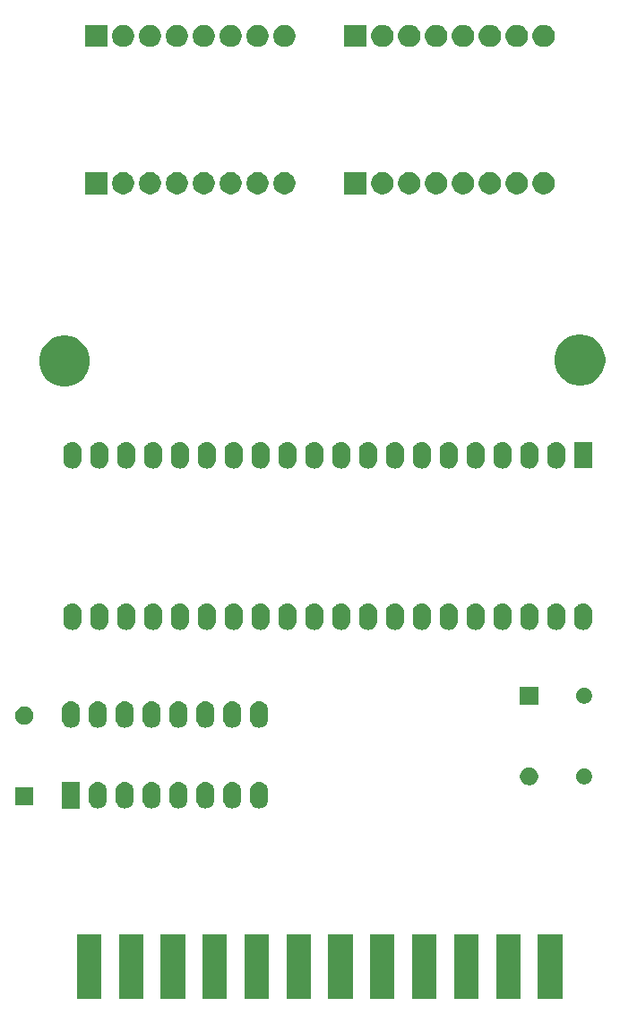
<source format=gbr>
G04 #@! TF.GenerationSoftware,KiCad,Pcbnew,5.1.5-52549c5~84~ubuntu19.10.1*
G04 #@! TF.CreationDate,2019-12-01T21:11:49+01:00*
G04 #@! TF.ProjectId,userport_expander,75736572-706f-4727-945f-657870616e64,rev?*
G04 #@! TF.SameCoordinates,Original*
G04 #@! TF.FileFunction,Soldermask,Top*
G04 #@! TF.FilePolarity,Negative*
%FSLAX46Y46*%
G04 Gerber Fmt 4.6, Leading zero omitted, Abs format (unit mm)*
G04 Created by KiCad (PCBNEW 5.1.5-52549c5~84~ubuntu19.10.1) date 2019-12-01 21:11:49*
%MOMM*%
%LPD*%
G04 APERTURE LIST*
%ADD10C,0.100000*%
G04 APERTURE END LIST*
D10*
G36*
X144831000Y-151051000D02*
G01*
X142529000Y-151051000D01*
X142529000Y-144949000D01*
X144831000Y-144949000D01*
X144831000Y-151051000D01*
G37*
G36*
X140871000Y-151051000D02*
G01*
X138569000Y-151051000D01*
X138569000Y-144949000D01*
X140871000Y-144949000D01*
X140871000Y-151051000D01*
G37*
G36*
X101271000Y-151051000D02*
G01*
X98969000Y-151051000D01*
X98969000Y-144949000D01*
X101271000Y-144949000D01*
X101271000Y-151051000D01*
G37*
G36*
X105231000Y-151051000D02*
G01*
X102929000Y-151051000D01*
X102929000Y-144949000D01*
X105231000Y-144949000D01*
X105231000Y-151051000D01*
G37*
G36*
X109191000Y-151051000D02*
G01*
X106889000Y-151051000D01*
X106889000Y-144949000D01*
X109191000Y-144949000D01*
X109191000Y-151051000D01*
G37*
G36*
X113151000Y-151051000D02*
G01*
X110849000Y-151051000D01*
X110849000Y-144949000D01*
X113151000Y-144949000D01*
X113151000Y-151051000D01*
G37*
G36*
X117111000Y-151051000D02*
G01*
X114809000Y-151051000D01*
X114809000Y-144949000D01*
X117111000Y-144949000D01*
X117111000Y-151051000D01*
G37*
G36*
X125031000Y-151051000D02*
G01*
X122729000Y-151051000D01*
X122729000Y-144949000D01*
X125031000Y-144949000D01*
X125031000Y-151051000D01*
G37*
G36*
X128991000Y-151051000D02*
G01*
X126689000Y-151051000D01*
X126689000Y-144949000D01*
X128991000Y-144949000D01*
X128991000Y-151051000D01*
G37*
G36*
X132951000Y-151051000D02*
G01*
X130649000Y-151051000D01*
X130649000Y-144949000D01*
X132951000Y-144949000D01*
X132951000Y-151051000D01*
G37*
G36*
X136911000Y-151051000D02*
G01*
X134609000Y-151051000D01*
X134609000Y-144949000D01*
X136911000Y-144949000D01*
X136911000Y-151051000D01*
G37*
G36*
X121071000Y-151051000D02*
G01*
X118769000Y-151051000D01*
X118769000Y-144949000D01*
X121071000Y-144949000D01*
X121071000Y-151051000D01*
G37*
G36*
X116346822Y-130561313D02*
G01*
X116507241Y-130609976D01*
X116655077Y-130688995D01*
X116758834Y-130774147D01*
X116784659Y-130795341D01*
X116891004Y-130924922D01*
X116891005Y-130924924D01*
X116970024Y-131072758D01*
X117018687Y-131233177D01*
X117031000Y-131358196D01*
X117031000Y-132241803D01*
X117018687Y-132366822D01*
X116970024Y-132527242D01*
X116899114Y-132659906D01*
X116891004Y-132675078D01*
X116784659Y-132804659D01*
X116655078Y-132911004D01*
X116655076Y-132911005D01*
X116507242Y-132990024D01*
X116346823Y-133038687D01*
X116180000Y-133055117D01*
X116013178Y-133038687D01*
X115852759Y-132990024D01*
X115704925Y-132911005D01*
X115704923Y-132911004D01*
X115575342Y-132804659D01*
X115468997Y-132675078D01*
X115460887Y-132659906D01*
X115389977Y-132527242D01*
X115341314Y-132366823D01*
X115329000Y-132241803D01*
X115329000Y-131358197D01*
X115341313Y-131233178D01*
X115389976Y-131072759D01*
X115468995Y-130924923D01*
X115575341Y-130795341D01*
X115601166Y-130774147D01*
X115704922Y-130688996D01*
X115720094Y-130680886D01*
X115852758Y-130609976D01*
X116013177Y-130561313D01*
X116180000Y-130544883D01*
X116346822Y-130561313D01*
G37*
G36*
X111266822Y-130561313D02*
G01*
X111427241Y-130609976D01*
X111575077Y-130688995D01*
X111678834Y-130774147D01*
X111704659Y-130795341D01*
X111811004Y-130924922D01*
X111811005Y-130924924D01*
X111890024Y-131072758D01*
X111938687Y-131233177D01*
X111951000Y-131358196D01*
X111951000Y-132241803D01*
X111938687Y-132366822D01*
X111890024Y-132527242D01*
X111819114Y-132659906D01*
X111811004Y-132675078D01*
X111704659Y-132804659D01*
X111575078Y-132911004D01*
X111575076Y-132911005D01*
X111427242Y-132990024D01*
X111266823Y-133038687D01*
X111100000Y-133055117D01*
X110933178Y-133038687D01*
X110772759Y-132990024D01*
X110624925Y-132911005D01*
X110624923Y-132911004D01*
X110495342Y-132804659D01*
X110388997Y-132675078D01*
X110380887Y-132659906D01*
X110309977Y-132527242D01*
X110261314Y-132366823D01*
X110249000Y-132241803D01*
X110249000Y-131358197D01*
X110261313Y-131233178D01*
X110309976Y-131072759D01*
X110388995Y-130924923D01*
X110495341Y-130795341D01*
X110521166Y-130774147D01*
X110624922Y-130688996D01*
X110640094Y-130680886D01*
X110772758Y-130609976D01*
X110933177Y-130561313D01*
X111100000Y-130544883D01*
X111266822Y-130561313D01*
G37*
G36*
X113806822Y-130561313D02*
G01*
X113967241Y-130609976D01*
X114115077Y-130688995D01*
X114218834Y-130774147D01*
X114244659Y-130795341D01*
X114351004Y-130924922D01*
X114351005Y-130924924D01*
X114430024Y-131072758D01*
X114478687Y-131233177D01*
X114491000Y-131358196D01*
X114491000Y-132241803D01*
X114478687Y-132366822D01*
X114430024Y-132527242D01*
X114359114Y-132659906D01*
X114351004Y-132675078D01*
X114244659Y-132804659D01*
X114115078Y-132911004D01*
X114115076Y-132911005D01*
X113967242Y-132990024D01*
X113806823Y-133038687D01*
X113640000Y-133055117D01*
X113473178Y-133038687D01*
X113312759Y-132990024D01*
X113164925Y-132911005D01*
X113164923Y-132911004D01*
X113035342Y-132804659D01*
X112928997Y-132675078D01*
X112920887Y-132659906D01*
X112849977Y-132527242D01*
X112801314Y-132366823D01*
X112789000Y-132241803D01*
X112789000Y-131358197D01*
X112801313Y-131233178D01*
X112849976Y-131072759D01*
X112928995Y-130924923D01*
X113035341Y-130795341D01*
X113061166Y-130774147D01*
X113164922Y-130688996D01*
X113180094Y-130680886D01*
X113312758Y-130609976D01*
X113473177Y-130561313D01*
X113640000Y-130544883D01*
X113806822Y-130561313D01*
G37*
G36*
X108726822Y-130561313D02*
G01*
X108887241Y-130609976D01*
X109035077Y-130688995D01*
X109138834Y-130774147D01*
X109164659Y-130795341D01*
X109271004Y-130924922D01*
X109271005Y-130924924D01*
X109350024Y-131072758D01*
X109398687Y-131233177D01*
X109411000Y-131358196D01*
X109411000Y-132241803D01*
X109398687Y-132366822D01*
X109350024Y-132527242D01*
X109279114Y-132659906D01*
X109271004Y-132675078D01*
X109164659Y-132804659D01*
X109035078Y-132911004D01*
X109035076Y-132911005D01*
X108887242Y-132990024D01*
X108726823Y-133038687D01*
X108560000Y-133055117D01*
X108393178Y-133038687D01*
X108232759Y-132990024D01*
X108084925Y-132911005D01*
X108084923Y-132911004D01*
X107955342Y-132804659D01*
X107848997Y-132675078D01*
X107840887Y-132659906D01*
X107769977Y-132527242D01*
X107721314Y-132366823D01*
X107709000Y-132241803D01*
X107709000Y-131358197D01*
X107721313Y-131233178D01*
X107769976Y-131072759D01*
X107848995Y-130924923D01*
X107955341Y-130795341D01*
X107981166Y-130774147D01*
X108084922Y-130688996D01*
X108100094Y-130680886D01*
X108232758Y-130609976D01*
X108393177Y-130561313D01*
X108560000Y-130544883D01*
X108726822Y-130561313D01*
G37*
G36*
X106186822Y-130561313D02*
G01*
X106347241Y-130609976D01*
X106495077Y-130688995D01*
X106598834Y-130774147D01*
X106624659Y-130795341D01*
X106731004Y-130924922D01*
X106731005Y-130924924D01*
X106810024Y-131072758D01*
X106858687Y-131233177D01*
X106871000Y-131358196D01*
X106871000Y-132241803D01*
X106858687Y-132366822D01*
X106810024Y-132527242D01*
X106739114Y-132659906D01*
X106731004Y-132675078D01*
X106624659Y-132804659D01*
X106495078Y-132911004D01*
X106495076Y-132911005D01*
X106347242Y-132990024D01*
X106186823Y-133038687D01*
X106020000Y-133055117D01*
X105853178Y-133038687D01*
X105692759Y-132990024D01*
X105544925Y-132911005D01*
X105544923Y-132911004D01*
X105415342Y-132804659D01*
X105308997Y-132675078D01*
X105300887Y-132659906D01*
X105229977Y-132527242D01*
X105181314Y-132366823D01*
X105169000Y-132241803D01*
X105169000Y-131358197D01*
X105181313Y-131233178D01*
X105229976Y-131072759D01*
X105308995Y-130924923D01*
X105415341Y-130795341D01*
X105441166Y-130774147D01*
X105544922Y-130688996D01*
X105560094Y-130680886D01*
X105692758Y-130609976D01*
X105853177Y-130561313D01*
X106020000Y-130544883D01*
X106186822Y-130561313D01*
G37*
G36*
X103646822Y-130561313D02*
G01*
X103807241Y-130609976D01*
X103955077Y-130688995D01*
X104058834Y-130774147D01*
X104084659Y-130795341D01*
X104191004Y-130924922D01*
X104191005Y-130924924D01*
X104270024Y-131072758D01*
X104318687Y-131233177D01*
X104331000Y-131358196D01*
X104331000Y-132241803D01*
X104318687Y-132366822D01*
X104270024Y-132527242D01*
X104199114Y-132659906D01*
X104191004Y-132675078D01*
X104084659Y-132804659D01*
X103955078Y-132911004D01*
X103955076Y-132911005D01*
X103807242Y-132990024D01*
X103646823Y-133038687D01*
X103480000Y-133055117D01*
X103313178Y-133038687D01*
X103152759Y-132990024D01*
X103004925Y-132911005D01*
X103004923Y-132911004D01*
X102875342Y-132804659D01*
X102768997Y-132675078D01*
X102760887Y-132659906D01*
X102689977Y-132527242D01*
X102641314Y-132366823D01*
X102629000Y-132241803D01*
X102629000Y-131358197D01*
X102641313Y-131233178D01*
X102689976Y-131072759D01*
X102768995Y-130924923D01*
X102875341Y-130795341D01*
X102901166Y-130774147D01*
X103004922Y-130688996D01*
X103020094Y-130680886D01*
X103152758Y-130609976D01*
X103313177Y-130561313D01*
X103480000Y-130544883D01*
X103646822Y-130561313D01*
G37*
G36*
X101106822Y-130561313D02*
G01*
X101267241Y-130609976D01*
X101415077Y-130688995D01*
X101518834Y-130774147D01*
X101544659Y-130795341D01*
X101651004Y-130924922D01*
X101651005Y-130924924D01*
X101730024Y-131072758D01*
X101778687Y-131233177D01*
X101791000Y-131358196D01*
X101791000Y-132241803D01*
X101778687Y-132366822D01*
X101730024Y-132527242D01*
X101659114Y-132659906D01*
X101651004Y-132675078D01*
X101544659Y-132804659D01*
X101415078Y-132911004D01*
X101415076Y-132911005D01*
X101267242Y-132990024D01*
X101106823Y-133038687D01*
X100940000Y-133055117D01*
X100773178Y-133038687D01*
X100612759Y-132990024D01*
X100464925Y-132911005D01*
X100464923Y-132911004D01*
X100335342Y-132804659D01*
X100228997Y-132675078D01*
X100220887Y-132659906D01*
X100149977Y-132527242D01*
X100101314Y-132366823D01*
X100089000Y-132241803D01*
X100089000Y-131358197D01*
X100101313Y-131233178D01*
X100149976Y-131072759D01*
X100228995Y-130924923D01*
X100335341Y-130795341D01*
X100361166Y-130774147D01*
X100464922Y-130688996D01*
X100480094Y-130680886D01*
X100612758Y-130609976D01*
X100773177Y-130561313D01*
X100940000Y-130544883D01*
X101106822Y-130561313D01*
G37*
G36*
X99251000Y-133051000D02*
G01*
X97549000Y-133051000D01*
X97549000Y-130549000D01*
X99251000Y-130549000D01*
X99251000Y-133051000D01*
G37*
G36*
X94851000Y-132751000D02*
G01*
X93149000Y-132751000D01*
X93149000Y-131049000D01*
X94851000Y-131049000D01*
X94851000Y-132751000D01*
G37*
G36*
X141948228Y-129201703D02*
G01*
X142103100Y-129265853D01*
X142242481Y-129358985D01*
X142361015Y-129477519D01*
X142454147Y-129616900D01*
X142518297Y-129771772D01*
X142551000Y-129936184D01*
X142551000Y-130103816D01*
X142518297Y-130268228D01*
X142454147Y-130423100D01*
X142361015Y-130562481D01*
X142242481Y-130681015D01*
X142103100Y-130774147D01*
X141948228Y-130838297D01*
X141783816Y-130871000D01*
X141616184Y-130871000D01*
X141451772Y-130838297D01*
X141296900Y-130774147D01*
X141157519Y-130681015D01*
X141038985Y-130562481D01*
X140945853Y-130423100D01*
X140881703Y-130268228D01*
X140849000Y-130103816D01*
X140849000Y-129936184D01*
X140881703Y-129771772D01*
X140945853Y-129616900D01*
X141038985Y-129477519D01*
X141157519Y-129358985D01*
X141296900Y-129265853D01*
X141451772Y-129201703D01*
X141616184Y-129169000D01*
X141783816Y-129169000D01*
X141948228Y-129201703D01*
G37*
G36*
X147119059Y-129297860D02*
G01*
X147255732Y-129354472D01*
X147378735Y-129436660D01*
X147483340Y-129541265D01*
X147565528Y-129664268D01*
X147622140Y-129800941D01*
X147651000Y-129946033D01*
X147651000Y-130093967D01*
X147622140Y-130239059D01*
X147565528Y-130375732D01*
X147483340Y-130498735D01*
X147378735Y-130603340D01*
X147255732Y-130685528D01*
X147255731Y-130685529D01*
X147255730Y-130685529D01*
X147119059Y-130742140D01*
X146973968Y-130771000D01*
X146826032Y-130771000D01*
X146680941Y-130742140D01*
X146544270Y-130685529D01*
X146544269Y-130685529D01*
X146544268Y-130685528D01*
X146421265Y-130603340D01*
X146316660Y-130498735D01*
X146234472Y-130375732D01*
X146177860Y-130239059D01*
X146149000Y-130093967D01*
X146149000Y-129946033D01*
X146177860Y-129800941D01*
X146234472Y-129664268D01*
X146316660Y-129541265D01*
X146421265Y-129436660D01*
X146544268Y-129354472D01*
X146680941Y-129297860D01*
X146826032Y-129269000D01*
X146973968Y-129269000D01*
X147119059Y-129297860D01*
G37*
G36*
X101106822Y-122941313D02*
G01*
X101267241Y-122989976D01*
X101415077Y-123068995D01*
X101544659Y-123175341D01*
X101651004Y-123304922D01*
X101651005Y-123304924D01*
X101730024Y-123452758D01*
X101730024Y-123452759D01*
X101730025Y-123452761D01*
X101732738Y-123461705D01*
X101778687Y-123613177D01*
X101791000Y-123738196D01*
X101791000Y-124621803D01*
X101778687Y-124746822D01*
X101730024Y-124907242D01*
X101662192Y-125034147D01*
X101651004Y-125055078D01*
X101544659Y-125184659D01*
X101415078Y-125291004D01*
X101415076Y-125291005D01*
X101267242Y-125370024D01*
X101106823Y-125418687D01*
X100940000Y-125435117D01*
X100773178Y-125418687D01*
X100612759Y-125370024D01*
X100464925Y-125291005D01*
X100464923Y-125291004D01*
X100335342Y-125184659D01*
X100228997Y-125055078D01*
X100217809Y-125034147D01*
X100149977Y-124907242D01*
X100101314Y-124746823D01*
X100089000Y-124621803D01*
X100089000Y-123738197D01*
X100101313Y-123613178D01*
X100149976Y-123452759D01*
X100228995Y-123304923D01*
X100335341Y-123175341D01*
X100464922Y-123068996D01*
X100480094Y-123060886D01*
X100612758Y-122989976D01*
X100773177Y-122941313D01*
X100940000Y-122924883D01*
X101106822Y-122941313D01*
G37*
G36*
X98566822Y-122941313D02*
G01*
X98727241Y-122989976D01*
X98875077Y-123068995D01*
X99004659Y-123175341D01*
X99111004Y-123304922D01*
X99111005Y-123304924D01*
X99190024Y-123452758D01*
X99190024Y-123452759D01*
X99190025Y-123452761D01*
X99192738Y-123461705D01*
X99238687Y-123613177D01*
X99251000Y-123738196D01*
X99251000Y-124621803D01*
X99238687Y-124746822D01*
X99190024Y-124907242D01*
X99122192Y-125034147D01*
X99111004Y-125055078D01*
X99004659Y-125184659D01*
X98875078Y-125291004D01*
X98875076Y-125291005D01*
X98727242Y-125370024D01*
X98566823Y-125418687D01*
X98400000Y-125435117D01*
X98233178Y-125418687D01*
X98072759Y-125370024D01*
X97924925Y-125291005D01*
X97924923Y-125291004D01*
X97795342Y-125184659D01*
X97688997Y-125055078D01*
X97677809Y-125034147D01*
X97609977Y-124907242D01*
X97561314Y-124746823D01*
X97549000Y-124621803D01*
X97549000Y-123738197D01*
X97561313Y-123613178D01*
X97609976Y-123452759D01*
X97688995Y-123304923D01*
X97795341Y-123175341D01*
X97924922Y-123068996D01*
X97940094Y-123060886D01*
X98072758Y-122989976D01*
X98233177Y-122941313D01*
X98400000Y-122924883D01*
X98566822Y-122941313D01*
G37*
G36*
X103646822Y-122941313D02*
G01*
X103807241Y-122989976D01*
X103955077Y-123068995D01*
X104084659Y-123175341D01*
X104191004Y-123304922D01*
X104191005Y-123304924D01*
X104270024Y-123452758D01*
X104270024Y-123452759D01*
X104270025Y-123452761D01*
X104272738Y-123461705D01*
X104318687Y-123613177D01*
X104331000Y-123738196D01*
X104331000Y-124621803D01*
X104318687Y-124746822D01*
X104270024Y-124907242D01*
X104202192Y-125034147D01*
X104191004Y-125055078D01*
X104084659Y-125184659D01*
X103955078Y-125291004D01*
X103955076Y-125291005D01*
X103807242Y-125370024D01*
X103646823Y-125418687D01*
X103480000Y-125435117D01*
X103313178Y-125418687D01*
X103152759Y-125370024D01*
X103004925Y-125291005D01*
X103004923Y-125291004D01*
X102875342Y-125184659D01*
X102768997Y-125055078D01*
X102757809Y-125034147D01*
X102689977Y-124907242D01*
X102641314Y-124746823D01*
X102629000Y-124621803D01*
X102629000Y-123738197D01*
X102641313Y-123613178D01*
X102689976Y-123452759D01*
X102768995Y-123304923D01*
X102875341Y-123175341D01*
X103004922Y-123068996D01*
X103020094Y-123060886D01*
X103152758Y-122989976D01*
X103313177Y-122941313D01*
X103480000Y-122924883D01*
X103646822Y-122941313D01*
G37*
G36*
X106186822Y-122941313D02*
G01*
X106347241Y-122989976D01*
X106495077Y-123068995D01*
X106624659Y-123175341D01*
X106731004Y-123304922D01*
X106731005Y-123304924D01*
X106810024Y-123452758D01*
X106810024Y-123452759D01*
X106810025Y-123452761D01*
X106812738Y-123461705D01*
X106858687Y-123613177D01*
X106871000Y-123738196D01*
X106871000Y-124621803D01*
X106858687Y-124746822D01*
X106810024Y-124907242D01*
X106742192Y-125034147D01*
X106731004Y-125055078D01*
X106624659Y-125184659D01*
X106495078Y-125291004D01*
X106495076Y-125291005D01*
X106347242Y-125370024D01*
X106186823Y-125418687D01*
X106020000Y-125435117D01*
X105853178Y-125418687D01*
X105692759Y-125370024D01*
X105544925Y-125291005D01*
X105544923Y-125291004D01*
X105415342Y-125184659D01*
X105308997Y-125055078D01*
X105297809Y-125034147D01*
X105229977Y-124907242D01*
X105181314Y-124746823D01*
X105169000Y-124621803D01*
X105169000Y-123738197D01*
X105181313Y-123613178D01*
X105229976Y-123452759D01*
X105308995Y-123304923D01*
X105415341Y-123175341D01*
X105544922Y-123068996D01*
X105560094Y-123060886D01*
X105692758Y-122989976D01*
X105853177Y-122941313D01*
X106020000Y-122924883D01*
X106186822Y-122941313D01*
G37*
G36*
X116346822Y-122941313D02*
G01*
X116507241Y-122989976D01*
X116655077Y-123068995D01*
X116784659Y-123175341D01*
X116891004Y-123304922D01*
X116891005Y-123304924D01*
X116970024Y-123452758D01*
X116970024Y-123452759D01*
X116970025Y-123452761D01*
X116972738Y-123461705D01*
X117018687Y-123613177D01*
X117031000Y-123738196D01*
X117031000Y-124621803D01*
X117018687Y-124746822D01*
X116970024Y-124907242D01*
X116902192Y-125034147D01*
X116891004Y-125055078D01*
X116784659Y-125184659D01*
X116655078Y-125291004D01*
X116655076Y-125291005D01*
X116507242Y-125370024D01*
X116346823Y-125418687D01*
X116180000Y-125435117D01*
X116013178Y-125418687D01*
X115852759Y-125370024D01*
X115704925Y-125291005D01*
X115704923Y-125291004D01*
X115575342Y-125184659D01*
X115468997Y-125055078D01*
X115457809Y-125034147D01*
X115389977Y-124907242D01*
X115341314Y-124746823D01*
X115329000Y-124621803D01*
X115329000Y-123738197D01*
X115341313Y-123613178D01*
X115389976Y-123452759D01*
X115468995Y-123304923D01*
X115575341Y-123175341D01*
X115704922Y-123068996D01*
X115720094Y-123060886D01*
X115852758Y-122989976D01*
X116013177Y-122941313D01*
X116180000Y-122924883D01*
X116346822Y-122941313D01*
G37*
G36*
X108726822Y-122941313D02*
G01*
X108887241Y-122989976D01*
X109035077Y-123068995D01*
X109164659Y-123175341D01*
X109271004Y-123304922D01*
X109271005Y-123304924D01*
X109350024Y-123452758D01*
X109350024Y-123452759D01*
X109350025Y-123452761D01*
X109352738Y-123461705D01*
X109398687Y-123613177D01*
X109411000Y-123738196D01*
X109411000Y-124621803D01*
X109398687Y-124746822D01*
X109350024Y-124907242D01*
X109282192Y-125034147D01*
X109271004Y-125055078D01*
X109164659Y-125184659D01*
X109035078Y-125291004D01*
X109035076Y-125291005D01*
X108887242Y-125370024D01*
X108726823Y-125418687D01*
X108560000Y-125435117D01*
X108393178Y-125418687D01*
X108232759Y-125370024D01*
X108084925Y-125291005D01*
X108084923Y-125291004D01*
X107955342Y-125184659D01*
X107848997Y-125055078D01*
X107837809Y-125034147D01*
X107769977Y-124907242D01*
X107721314Y-124746823D01*
X107709000Y-124621803D01*
X107709000Y-123738197D01*
X107721313Y-123613178D01*
X107769976Y-123452759D01*
X107848995Y-123304923D01*
X107955341Y-123175341D01*
X108084922Y-123068996D01*
X108100094Y-123060886D01*
X108232758Y-122989976D01*
X108393177Y-122941313D01*
X108560000Y-122924883D01*
X108726822Y-122941313D01*
G37*
G36*
X113806822Y-122941313D02*
G01*
X113967241Y-122989976D01*
X114115077Y-123068995D01*
X114244659Y-123175341D01*
X114351004Y-123304922D01*
X114351005Y-123304924D01*
X114430024Y-123452758D01*
X114430024Y-123452759D01*
X114430025Y-123452761D01*
X114432738Y-123461705D01*
X114478687Y-123613177D01*
X114491000Y-123738196D01*
X114491000Y-124621803D01*
X114478687Y-124746822D01*
X114430024Y-124907242D01*
X114362192Y-125034147D01*
X114351004Y-125055078D01*
X114244659Y-125184659D01*
X114115078Y-125291004D01*
X114115076Y-125291005D01*
X113967242Y-125370024D01*
X113806823Y-125418687D01*
X113640000Y-125435117D01*
X113473178Y-125418687D01*
X113312759Y-125370024D01*
X113164925Y-125291005D01*
X113164923Y-125291004D01*
X113035342Y-125184659D01*
X112928997Y-125055078D01*
X112917809Y-125034147D01*
X112849977Y-124907242D01*
X112801314Y-124746823D01*
X112789000Y-124621803D01*
X112789000Y-123738197D01*
X112801313Y-123613178D01*
X112849976Y-123452759D01*
X112928995Y-123304923D01*
X113035341Y-123175341D01*
X113164922Y-123068996D01*
X113180094Y-123060886D01*
X113312758Y-122989976D01*
X113473177Y-122941313D01*
X113640000Y-122924883D01*
X113806822Y-122941313D01*
G37*
G36*
X111266822Y-122941313D02*
G01*
X111427241Y-122989976D01*
X111575077Y-123068995D01*
X111704659Y-123175341D01*
X111811004Y-123304922D01*
X111811005Y-123304924D01*
X111890024Y-123452758D01*
X111890024Y-123452759D01*
X111890025Y-123452761D01*
X111892738Y-123461705D01*
X111938687Y-123613177D01*
X111951000Y-123738196D01*
X111951000Y-124621803D01*
X111938687Y-124746822D01*
X111890024Y-124907242D01*
X111822192Y-125034147D01*
X111811004Y-125055078D01*
X111704659Y-125184659D01*
X111575078Y-125291004D01*
X111575076Y-125291005D01*
X111427242Y-125370024D01*
X111266823Y-125418687D01*
X111100000Y-125435117D01*
X110933178Y-125418687D01*
X110772759Y-125370024D01*
X110624925Y-125291005D01*
X110624923Y-125291004D01*
X110495342Y-125184659D01*
X110388997Y-125055078D01*
X110377809Y-125034147D01*
X110309977Y-124907242D01*
X110261314Y-124746823D01*
X110249000Y-124621803D01*
X110249000Y-123738197D01*
X110261313Y-123613178D01*
X110309976Y-123452759D01*
X110388995Y-123304923D01*
X110495341Y-123175341D01*
X110624922Y-123068996D01*
X110640094Y-123060886D01*
X110772758Y-122989976D01*
X110933177Y-122941313D01*
X111100000Y-122924883D01*
X111266822Y-122941313D01*
G37*
G36*
X94248228Y-123461703D02*
G01*
X94403100Y-123525853D01*
X94542481Y-123618985D01*
X94661015Y-123737519D01*
X94754147Y-123876900D01*
X94818297Y-124031772D01*
X94851000Y-124196184D01*
X94851000Y-124363816D01*
X94818297Y-124528228D01*
X94754147Y-124683100D01*
X94661015Y-124822481D01*
X94542481Y-124941015D01*
X94403100Y-125034147D01*
X94248228Y-125098297D01*
X94083816Y-125131000D01*
X93916184Y-125131000D01*
X93751772Y-125098297D01*
X93596900Y-125034147D01*
X93457519Y-124941015D01*
X93338985Y-124822481D01*
X93245853Y-124683100D01*
X93181703Y-124528228D01*
X93149000Y-124363816D01*
X93149000Y-124196184D01*
X93181703Y-124031772D01*
X93245853Y-123876900D01*
X93338985Y-123737519D01*
X93457519Y-123618985D01*
X93596900Y-123525853D01*
X93751772Y-123461703D01*
X93916184Y-123429000D01*
X94083816Y-123429000D01*
X94248228Y-123461703D01*
G37*
G36*
X142551000Y-123251000D02*
G01*
X140849000Y-123251000D01*
X140849000Y-121549000D01*
X142551000Y-121549000D01*
X142551000Y-123251000D01*
G37*
G36*
X147119059Y-121677860D02*
G01*
X147255732Y-121734472D01*
X147378735Y-121816660D01*
X147483340Y-121921265D01*
X147565528Y-122044268D01*
X147622140Y-122180941D01*
X147651000Y-122326033D01*
X147651000Y-122473967D01*
X147622140Y-122619059D01*
X147565528Y-122755732D01*
X147483340Y-122878735D01*
X147378735Y-122983340D01*
X147255732Y-123065528D01*
X147255731Y-123065529D01*
X147255730Y-123065529D01*
X147119059Y-123122140D01*
X146973968Y-123151000D01*
X146826032Y-123151000D01*
X146680941Y-123122140D01*
X146544270Y-123065529D01*
X146544269Y-123065529D01*
X146544268Y-123065528D01*
X146421265Y-122983340D01*
X146316660Y-122878735D01*
X146234472Y-122755732D01*
X146177860Y-122619059D01*
X146149000Y-122473967D01*
X146149000Y-122326033D01*
X146177860Y-122180941D01*
X146234472Y-122044268D01*
X146316660Y-121921265D01*
X146421265Y-121816660D01*
X146544268Y-121734472D01*
X146680941Y-121677860D01*
X146826032Y-121649000D01*
X146973968Y-121649000D01*
X147119059Y-121677860D01*
G37*
G36*
X119026823Y-113701313D02*
G01*
X119187242Y-113749976D01*
X119319906Y-113820886D01*
X119335078Y-113828996D01*
X119464659Y-113935341D01*
X119571004Y-114064922D01*
X119571005Y-114064924D01*
X119650024Y-114212758D01*
X119698687Y-114373178D01*
X119711000Y-114498197D01*
X119711000Y-115381804D01*
X119698687Y-115506823D01*
X119650024Y-115667242D01*
X119579114Y-115799906D01*
X119571004Y-115815078D01*
X119464659Y-115944659D01*
X119335077Y-116051005D01*
X119187241Y-116130024D01*
X119026822Y-116178687D01*
X118860000Y-116195117D01*
X118693177Y-116178687D01*
X118532758Y-116130024D01*
X118384924Y-116051005D01*
X118384922Y-116051004D01*
X118255341Y-115944659D01*
X118148995Y-115815077D01*
X118069976Y-115667241D01*
X118021313Y-115506822D01*
X118009000Y-115381803D01*
X118009000Y-114498197D01*
X118021314Y-114373177D01*
X118069977Y-114212758D01*
X118148996Y-114064924D01*
X118148997Y-114064922D01*
X118255342Y-113935341D01*
X118384923Y-113828996D01*
X118400095Y-113820886D01*
X118532759Y-113749976D01*
X118693178Y-113701313D01*
X118860000Y-113684883D01*
X119026823Y-113701313D01*
G37*
G36*
X98706823Y-113701313D02*
G01*
X98867242Y-113749976D01*
X98999906Y-113820886D01*
X99015078Y-113828996D01*
X99144659Y-113935341D01*
X99251004Y-114064922D01*
X99251005Y-114064924D01*
X99330024Y-114212758D01*
X99378687Y-114373178D01*
X99391000Y-114498197D01*
X99391000Y-115381804D01*
X99378687Y-115506823D01*
X99330024Y-115667242D01*
X99259114Y-115799906D01*
X99251004Y-115815078D01*
X99144659Y-115944659D01*
X99015077Y-116051005D01*
X98867241Y-116130024D01*
X98706822Y-116178687D01*
X98540000Y-116195117D01*
X98373177Y-116178687D01*
X98212758Y-116130024D01*
X98064924Y-116051005D01*
X98064922Y-116051004D01*
X97935341Y-115944659D01*
X97828995Y-115815077D01*
X97749976Y-115667241D01*
X97701313Y-115506822D01*
X97689000Y-115381803D01*
X97689000Y-114498197D01*
X97701314Y-114373177D01*
X97749977Y-114212758D01*
X97828996Y-114064924D01*
X97828997Y-114064922D01*
X97935342Y-113935341D01*
X98064923Y-113828996D01*
X98080095Y-113820886D01*
X98212759Y-113749976D01*
X98373178Y-113701313D01*
X98540000Y-113684883D01*
X98706823Y-113701313D01*
G37*
G36*
X101246823Y-113701313D02*
G01*
X101407242Y-113749976D01*
X101539906Y-113820886D01*
X101555078Y-113828996D01*
X101684659Y-113935341D01*
X101791004Y-114064922D01*
X101791005Y-114064924D01*
X101870024Y-114212758D01*
X101918687Y-114373178D01*
X101931000Y-114498197D01*
X101931000Y-115381804D01*
X101918687Y-115506823D01*
X101870024Y-115667242D01*
X101799114Y-115799906D01*
X101791004Y-115815078D01*
X101684659Y-115944659D01*
X101555077Y-116051005D01*
X101407241Y-116130024D01*
X101246822Y-116178687D01*
X101080000Y-116195117D01*
X100913177Y-116178687D01*
X100752758Y-116130024D01*
X100604924Y-116051005D01*
X100604922Y-116051004D01*
X100475341Y-115944659D01*
X100368995Y-115815077D01*
X100289976Y-115667241D01*
X100241313Y-115506822D01*
X100229000Y-115381803D01*
X100229000Y-114498197D01*
X100241314Y-114373177D01*
X100289977Y-114212758D01*
X100368996Y-114064924D01*
X100368997Y-114064922D01*
X100475342Y-113935341D01*
X100604923Y-113828996D01*
X100620095Y-113820886D01*
X100752759Y-113749976D01*
X100913178Y-113701313D01*
X101080000Y-113684883D01*
X101246823Y-113701313D01*
G37*
G36*
X141886823Y-113701313D02*
G01*
X142047242Y-113749976D01*
X142179906Y-113820886D01*
X142195078Y-113828996D01*
X142324659Y-113935341D01*
X142431004Y-114064922D01*
X142431005Y-114064924D01*
X142510024Y-114212758D01*
X142558687Y-114373178D01*
X142571000Y-114498197D01*
X142571000Y-115381804D01*
X142558687Y-115506823D01*
X142510024Y-115667242D01*
X142439114Y-115799906D01*
X142431004Y-115815078D01*
X142324659Y-115944659D01*
X142195077Y-116051005D01*
X142047241Y-116130024D01*
X141886822Y-116178687D01*
X141720000Y-116195117D01*
X141553177Y-116178687D01*
X141392758Y-116130024D01*
X141244924Y-116051005D01*
X141244922Y-116051004D01*
X141115341Y-115944659D01*
X141008995Y-115815077D01*
X140929976Y-115667241D01*
X140881313Y-115506822D01*
X140869000Y-115381803D01*
X140869000Y-114498197D01*
X140881314Y-114373177D01*
X140929977Y-114212758D01*
X141008996Y-114064924D01*
X141008997Y-114064922D01*
X141115342Y-113935341D01*
X141244923Y-113828996D01*
X141260095Y-113820886D01*
X141392759Y-113749976D01*
X141553178Y-113701313D01*
X141720000Y-113684883D01*
X141886823Y-113701313D01*
G37*
G36*
X103786823Y-113701313D02*
G01*
X103947242Y-113749976D01*
X104079906Y-113820886D01*
X104095078Y-113828996D01*
X104224659Y-113935341D01*
X104331004Y-114064922D01*
X104331005Y-114064924D01*
X104410024Y-114212758D01*
X104458687Y-114373178D01*
X104471000Y-114498197D01*
X104471000Y-115381804D01*
X104458687Y-115506823D01*
X104410024Y-115667242D01*
X104339114Y-115799906D01*
X104331004Y-115815078D01*
X104224659Y-115944659D01*
X104095077Y-116051005D01*
X103947241Y-116130024D01*
X103786822Y-116178687D01*
X103620000Y-116195117D01*
X103453177Y-116178687D01*
X103292758Y-116130024D01*
X103144924Y-116051005D01*
X103144922Y-116051004D01*
X103015341Y-115944659D01*
X102908995Y-115815077D01*
X102829976Y-115667241D01*
X102781313Y-115506822D01*
X102769000Y-115381803D01*
X102769000Y-114498197D01*
X102781314Y-114373177D01*
X102829977Y-114212758D01*
X102908996Y-114064924D01*
X102908997Y-114064922D01*
X103015342Y-113935341D01*
X103144923Y-113828996D01*
X103160095Y-113820886D01*
X103292759Y-113749976D01*
X103453178Y-113701313D01*
X103620000Y-113684883D01*
X103786823Y-113701313D01*
G37*
G36*
X139346823Y-113701313D02*
G01*
X139507242Y-113749976D01*
X139639906Y-113820886D01*
X139655078Y-113828996D01*
X139784659Y-113935341D01*
X139891004Y-114064922D01*
X139891005Y-114064924D01*
X139970024Y-114212758D01*
X140018687Y-114373178D01*
X140031000Y-114498197D01*
X140031000Y-115381804D01*
X140018687Y-115506823D01*
X139970024Y-115667242D01*
X139899114Y-115799906D01*
X139891004Y-115815078D01*
X139784659Y-115944659D01*
X139655077Y-116051005D01*
X139507241Y-116130024D01*
X139346822Y-116178687D01*
X139180000Y-116195117D01*
X139013177Y-116178687D01*
X138852758Y-116130024D01*
X138704924Y-116051005D01*
X138704922Y-116051004D01*
X138575341Y-115944659D01*
X138468995Y-115815077D01*
X138389976Y-115667241D01*
X138341313Y-115506822D01*
X138329000Y-115381803D01*
X138329000Y-114498197D01*
X138341314Y-114373177D01*
X138389977Y-114212758D01*
X138468996Y-114064924D01*
X138468997Y-114064922D01*
X138575342Y-113935341D01*
X138704923Y-113828996D01*
X138720095Y-113820886D01*
X138852759Y-113749976D01*
X139013178Y-113701313D01*
X139180000Y-113684883D01*
X139346823Y-113701313D01*
G37*
G36*
X106326823Y-113701313D02*
G01*
X106487242Y-113749976D01*
X106619906Y-113820886D01*
X106635078Y-113828996D01*
X106764659Y-113935341D01*
X106871004Y-114064922D01*
X106871005Y-114064924D01*
X106950024Y-114212758D01*
X106998687Y-114373178D01*
X107011000Y-114498197D01*
X107011000Y-115381804D01*
X106998687Y-115506823D01*
X106950024Y-115667242D01*
X106879114Y-115799906D01*
X106871004Y-115815078D01*
X106764659Y-115944659D01*
X106635077Y-116051005D01*
X106487241Y-116130024D01*
X106326822Y-116178687D01*
X106160000Y-116195117D01*
X105993177Y-116178687D01*
X105832758Y-116130024D01*
X105684924Y-116051005D01*
X105684922Y-116051004D01*
X105555341Y-115944659D01*
X105448995Y-115815077D01*
X105369976Y-115667241D01*
X105321313Y-115506822D01*
X105309000Y-115381803D01*
X105309000Y-114498197D01*
X105321314Y-114373177D01*
X105369977Y-114212758D01*
X105448996Y-114064924D01*
X105448997Y-114064922D01*
X105555342Y-113935341D01*
X105684923Y-113828996D01*
X105700095Y-113820886D01*
X105832759Y-113749976D01*
X105993178Y-113701313D01*
X106160000Y-113684883D01*
X106326823Y-113701313D01*
G37*
G36*
X136806823Y-113701313D02*
G01*
X136967242Y-113749976D01*
X137099906Y-113820886D01*
X137115078Y-113828996D01*
X137244659Y-113935341D01*
X137351004Y-114064922D01*
X137351005Y-114064924D01*
X137430024Y-114212758D01*
X137478687Y-114373178D01*
X137491000Y-114498197D01*
X137491000Y-115381804D01*
X137478687Y-115506823D01*
X137430024Y-115667242D01*
X137359114Y-115799906D01*
X137351004Y-115815078D01*
X137244659Y-115944659D01*
X137115077Y-116051005D01*
X136967241Y-116130024D01*
X136806822Y-116178687D01*
X136640000Y-116195117D01*
X136473177Y-116178687D01*
X136312758Y-116130024D01*
X136164924Y-116051005D01*
X136164922Y-116051004D01*
X136035341Y-115944659D01*
X135928995Y-115815077D01*
X135849976Y-115667241D01*
X135801313Y-115506822D01*
X135789000Y-115381803D01*
X135789000Y-114498197D01*
X135801314Y-114373177D01*
X135849977Y-114212758D01*
X135928996Y-114064924D01*
X135928997Y-114064922D01*
X136035342Y-113935341D01*
X136164923Y-113828996D01*
X136180095Y-113820886D01*
X136312759Y-113749976D01*
X136473178Y-113701313D01*
X136640000Y-113684883D01*
X136806823Y-113701313D01*
G37*
G36*
X144426823Y-113701313D02*
G01*
X144587242Y-113749976D01*
X144719906Y-113820886D01*
X144735078Y-113828996D01*
X144864659Y-113935341D01*
X144971004Y-114064922D01*
X144971005Y-114064924D01*
X145050024Y-114212758D01*
X145098687Y-114373178D01*
X145111000Y-114498197D01*
X145111000Y-115381804D01*
X145098687Y-115506823D01*
X145050024Y-115667242D01*
X144979114Y-115799906D01*
X144971004Y-115815078D01*
X144864659Y-115944659D01*
X144735077Y-116051005D01*
X144587241Y-116130024D01*
X144426822Y-116178687D01*
X144260000Y-116195117D01*
X144093177Y-116178687D01*
X143932758Y-116130024D01*
X143784924Y-116051005D01*
X143784922Y-116051004D01*
X143655341Y-115944659D01*
X143548995Y-115815077D01*
X143469976Y-115667241D01*
X143421313Y-115506822D01*
X143409000Y-115381803D01*
X143409000Y-114498197D01*
X143421314Y-114373177D01*
X143469977Y-114212758D01*
X143548996Y-114064924D01*
X143548997Y-114064922D01*
X143655342Y-113935341D01*
X143784923Y-113828996D01*
X143800095Y-113820886D01*
X143932759Y-113749976D01*
X144093178Y-113701313D01*
X144260000Y-113684883D01*
X144426823Y-113701313D01*
G37*
G36*
X134266823Y-113701313D02*
G01*
X134427242Y-113749976D01*
X134559906Y-113820886D01*
X134575078Y-113828996D01*
X134704659Y-113935341D01*
X134811004Y-114064922D01*
X134811005Y-114064924D01*
X134890024Y-114212758D01*
X134938687Y-114373178D01*
X134951000Y-114498197D01*
X134951000Y-115381804D01*
X134938687Y-115506823D01*
X134890024Y-115667242D01*
X134819114Y-115799906D01*
X134811004Y-115815078D01*
X134704659Y-115944659D01*
X134575077Y-116051005D01*
X134427241Y-116130024D01*
X134266822Y-116178687D01*
X134100000Y-116195117D01*
X133933177Y-116178687D01*
X133772758Y-116130024D01*
X133624924Y-116051005D01*
X133624922Y-116051004D01*
X133495341Y-115944659D01*
X133388995Y-115815077D01*
X133309976Y-115667241D01*
X133261313Y-115506822D01*
X133249000Y-115381803D01*
X133249000Y-114498197D01*
X133261314Y-114373177D01*
X133309977Y-114212758D01*
X133388996Y-114064924D01*
X133388997Y-114064922D01*
X133495342Y-113935341D01*
X133624923Y-113828996D01*
X133640095Y-113820886D01*
X133772759Y-113749976D01*
X133933178Y-113701313D01*
X134100000Y-113684883D01*
X134266823Y-113701313D01*
G37*
G36*
X146966823Y-113701313D02*
G01*
X147127242Y-113749976D01*
X147259906Y-113820886D01*
X147275078Y-113828996D01*
X147404659Y-113935341D01*
X147511004Y-114064922D01*
X147511005Y-114064924D01*
X147590024Y-114212758D01*
X147638687Y-114373178D01*
X147651000Y-114498197D01*
X147651000Y-115381804D01*
X147638687Y-115506823D01*
X147590024Y-115667242D01*
X147519114Y-115799906D01*
X147511004Y-115815078D01*
X147404659Y-115944659D01*
X147275077Y-116051005D01*
X147127241Y-116130024D01*
X146966822Y-116178687D01*
X146800000Y-116195117D01*
X146633177Y-116178687D01*
X146472758Y-116130024D01*
X146324924Y-116051005D01*
X146324922Y-116051004D01*
X146195341Y-115944659D01*
X146088995Y-115815077D01*
X146009976Y-115667241D01*
X145961313Y-115506822D01*
X145949000Y-115381803D01*
X145949000Y-114498197D01*
X145961314Y-114373177D01*
X146009977Y-114212758D01*
X146088996Y-114064924D01*
X146088997Y-114064922D01*
X146195342Y-113935341D01*
X146324923Y-113828996D01*
X146340095Y-113820886D01*
X146472759Y-113749976D01*
X146633178Y-113701313D01*
X146800000Y-113684883D01*
X146966823Y-113701313D01*
G37*
G36*
X129186823Y-113701313D02*
G01*
X129347242Y-113749976D01*
X129479906Y-113820886D01*
X129495078Y-113828996D01*
X129624659Y-113935341D01*
X129731004Y-114064922D01*
X129731005Y-114064924D01*
X129810024Y-114212758D01*
X129858687Y-114373178D01*
X129871000Y-114498197D01*
X129871000Y-115381804D01*
X129858687Y-115506823D01*
X129810024Y-115667242D01*
X129739114Y-115799906D01*
X129731004Y-115815078D01*
X129624659Y-115944659D01*
X129495077Y-116051005D01*
X129347241Y-116130024D01*
X129186822Y-116178687D01*
X129020000Y-116195117D01*
X128853177Y-116178687D01*
X128692758Y-116130024D01*
X128544924Y-116051005D01*
X128544922Y-116051004D01*
X128415341Y-115944659D01*
X128308995Y-115815077D01*
X128229976Y-115667241D01*
X128181313Y-115506822D01*
X128169000Y-115381803D01*
X128169000Y-114498197D01*
X128181314Y-114373177D01*
X128229977Y-114212758D01*
X128308996Y-114064924D01*
X128308997Y-114064922D01*
X128415342Y-113935341D01*
X128544923Y-113828996D01*
X128560095Y-113820886D01*
X128692759Y-113749976D01*
X128853178Y-113701313D01*
X129020000Y-113684883D01*
X129186823Y-113701313D01*
G37*
G36*
X108866823Y-113701313D02*
G01*
X109027242Y-113749976D01*
X109159906Y-113820886D01*
X109175078Y-113828996D01*
X109304659Y-113935341D01*
X109411004Y-114064922D01*
X109411005Y-114064924D01*
X109490024Y-114212758D01*
X109538687Y-114373178D01*
X109551000Y-114498197D01*
X109551000Y-115381804D01*
X109538687Y-115506823D01*
X109490024Y-115667242D01*
X109419114Y-115799906D01*
X109411004Y-115815078D01*
X109304659Y-115944659D01*
X109175077Y-116051005D01*
X109027241Y-116130024D01*
X108866822Y-116178687D01*
X108700000Y-116195117D01*
X108533177Y-116178687D01*
X108372758Y-116130024D01*
X108224924Y-116051005D01*
X108224922Y-116051004D01*
X108095341Y-115944659D01*
X107988995Y-115815077D01*
X107909976Y-115667241D01*
X107861313Y-115506822D01*
X107849000Y-115381803D01*
X107849000Y-114498197D01*
X107861314Y-114373177D01*
X107909977Y-114212758D01*
X107988996Y-114064924D01*
X107988997Y-114064922D01*
X108095342Y-113935341D01*
X108224923Y-113828996D01*
X108240095Y-113820886D01*
X108372759Y-113749976D01*
X108533178Y-113701313D01*
X108700000Y-113684883D01*
X108866823Y-113701313D01*
G37*
G36*
X126646823Y-113701313D02*
G01*
X126807242Y-113749976D01*
X126939906Y-113820886D01*
X126955078Y-113828996D01*
X127084659Y-113935341D01*
X127191004Y-114064922D01*
X127191005Y-114064924D01*
X127270024Y-114212758D01*
X127318687Y-114373178D01*
X127331000Y-114498197D01*
X127331000Y-115381804D01*
X127318687Y-115506823D01*
X127270024Y-115667242D01*
X127199114Y-115799906D01*
X127191004Y-115815078D01*
X127084659Y-115944659D01*
X126955077Y-116051005D01*
X126807241Y-116130024D01*
X126646822Y-116178687D01*
X126480000Y-116195117D01*
X126313177Y-116178687D01*
X126152758Y-116130024D01*
X126004924Y-116051005D01*
X126004922Y-116051004D01*
X125875341Y-115944659D01*
X125768995Y-115815077D01*
X125689976Y-115667241D01*
X125641313Y-115506822D01*
X125629000Y-115381803D01*
X125629000Y-114498197D01*
X125641314Y-114373177D01*
X125689977Y-114212758D01*
X125768996Y-114064924D01*
X125768997Y-114064922D01*
X125875342Y-113935341D01*
X126004923Y-113828996D01*
X126020095Y-113820886D01*
X126152759Y-113749976D01*
X126313178Y-113701313D01*
X126480000Y-113684883D01*
X126646823Y-113701313D01*
G37*
G36*
X111406823Y-113701313D02*
G01*
X111567242Y-113749976D01*
X111699906Y-113820886D01*
X111715078Y-113828996D01*
X111844659Y-113935341D01*
X111951004Y-114064922D01*
X111951005Y-114064924D01*
X112030024Y-114212758D01*
X112078687Y-114373178D01*
X112091000Y-114498197D01*
X112091000Y-115381804D01*
X112078687Y-115506823D01*
X112030024Y-115667242D01*
X111959114Y-115799906D01*
X111951004Y-115815078D01*
X111844659Y-115944659D01*
X111715077Y-116051005D01*
X111567241Y-116130024D01*
X111406822Y-116178687D01*
X111240000Y-116195117D01*
X111073177Y-116178687D01*
X110912758Y-116130024D01*
X110764924Y-116051005D01*
X110764922Y-116051004D01*
X110635341Y-115944659D01*
X110528995Y-115815077D01*
X110449976Y-115667241D01*
X110401313Y-115506822D01*
X110389000Y-115381803D01*
X110389000Y-114498197D01*
X110401314Y-114373177D01*
X110449977Y-114212758D01*
X110528996Y-114064924D01*
X110528997Y-114064922D01*
X110635342Y-113935341D01*
X110764923Y-113828996D01*
X110780095Y-113820886D01*
X110912759Y-113749976D01*
X111073178Y-113701313D01*
X111240000Y-113684883D01*
X111406823Y-113701313D01*
G37*
G36*
X124106823Y-113701313D02*
G01*
X124267242Y-113749976D01*
X124399906Y-113820886D01*
X124415078Y-113828996D01*
X124544659Y-113935341D01*
X124651004Y-114064922D01*
X124651005Y-114064924D01*
X124730024Y-114212758D01*
X124778687Y-114373178D01*
X124791000Y-114498197D01*
X124791000Y-115381804D01*
X124778687Y-115506823D01*
X124730024Y-115667242D01*
X124659114Y-115799906D01*
X124651004Y-115815078D01*
X124544659Y-115944659D01*
X124415077Y-116051005D01*
X124267241Y-116130024D01*
X124106822Y-116178687D01*
X123940000Y-116195117D01*
X123773177Y-116178687D01*
X123612758Y-116130024D01*
X123464924Y-116051005D01*
X123464922Y-116051004D01*
X123335341Y-115944659D01*
X123228995Y-115815077D01*
X123149976Y-115667241D01*
X123101313Y-115506822D01*
X123089000Y-115381803D01*
X123089000Y-114498197D01*
X123101314Y-114373177D01*
X123149977Y-114212758D01*
X123228996Y-114064924D01*
X123228997Y-114064922D01*
X123335342Y-113935341D01*
X123464923Y-113828996D01*
X123480095Y-113820886D01*
X123612759Y-113749976D01*
X123773178Y-113701313D01*
X123940000Y-113684883D01*
X124106823Y-113701313D01*
G37*
G36*
X113946823Y-113701313D02*
G01*
X114107242Y-113749976D01*
X114239906Y-113820886D01*
X114255078Y-113828996D01*
X114384659Y-113935341D01*
X114491004Y-114064922D01*
X114491005Y-114064924D01*
X114570024Y-114212758D01*
X114618687Y-114373178D01*
X114631000Y-114498197D01*
X114631000Y-115381804D01*
X114618687Y-115506823D01*
X114570024Y-115667242D01*
X114499114Y-115799906D01*
X114491004Y-115815078D01*
X114384659Y-115944659D01*
X114255077Y-116051005D01*
X114107241Y-116130024D01*
X113946822Y-116178687D01*
X113780000Y-116195117D01*
X113613177Y-116178687D01*
X113452758Y-116130024D01*
X113304924Y-116051005D01*
X113304922Y-116051004D01*
X113175341Y-115944659D01*
X113068995Y-115815077D01*
X112989976Y-115667241D01*
X112941313Y-115506822D01*
X112929000Y-115381803D01*
X112929000Y-114498197D01*
X112941314Y-114373177D01*
X112989977Y-114212758D01*
X113068996Y-114064924D01*
X113068997Y-114064922D01*
X113175342Y-113935341D01*
X113304923Y-113828996D01*
X113320095Y-113820886D01*
X113452759Y-113749976D01*
X113613178Y-113701313D01*
X113780000Y-113684883D01*
X113946823Y-113701313D01*
G37*
G36*
X121566823Y-113701313D02*
G01*
X121727242Y-113749976D01*
X121859906Y-113820886D01*
X121875078Y-113828996D01*
X122004659Y-113935341D01*
X122111004Y-114064922D01*
X122111005Y-114064924D01*
X122190024Y-114212758D01*
X122238687Y-114373178D01*
X122251000Y-114498197D01*
X122251000Y-115381804D01*
X122238687Y-115506823D01*
X122190024Y-115667242D01*
X122119114Y-115799906D01*
X122111004Y-115815078D01*
X122004659Y-115944659D01*
X121875077Y-116051005D01*
X121727241Y-116130024D01*
X121566822Y-116178687D01*
X121400000Y-116195117D01*
X121233177Y-116178687D01*
X121072758Y-116130024D01*
X120924924Y-116051005D01*
X120924922Y-116051004D01*
X120795341Y-115944659D01*
X120688995Y-115815077D01*
X120609976Y-115667241D01*
X120561313Y-115506822D01*
X120549000Y-115381803D01*
X120549000Y-114498197D01*
X120561314Y-114373177D01*
X120609977Y-114212758D01*
X120688996Y-114064924D01*
X120688997Y-114064922D01*
X120795342Y-113935341D01*
X120924923Y-113828996D01*
X120940095Y-113820886D01*
X121072759Y-113749976D01*
X121233178Y-113701313D01*
X121400000Y-113684883D01*
X121566823Y-113701313D01*
G37*
G36*
X116486823Y-113701313D02*
G01*
X116647242Y-113749976D01*
X116779906Y-113820886D01*
X116795078Y-113828996D01*
X116924659Y-113935341D01*
X117031004Y-114064922D01*
X117031005Y-114064924D01*
X117110024Y-114212758D01*
X117158687Y-114373178D01*
X117171000Y-114498197D01*
X117171000Y-115381804D01*
X117158687Y-115506823D01*
X117110024Y-115667242D01*
X117039114Y-115799906D01*
X117031004Y-115815078D01*
X116924659Y-115944659D01*
X116795077Y-116051005D01*
X116647241Y-116130024D01*
X116486822Y-116178687D01*
X116320000Y-116195117D01*
X116153177Y-116178687D01*
X115992758Y-116130024D01*
X115844924Y-116051005D01*
X115844922Y-116051004D01*
X115715341Y-115944659D01*
X115608995Y-115815077D01*
X115529976Y-115667241D01*
X115481313Y-115506822D01*
X115469000Y-115381803D01*
X115469000Y-114498197D01*
X115481314Y-114373177D01*
X115529977Y-114212758D01*
X115608996Y-114064924D01*
X115608997Y-114064922D01*
X115715342Y-113935341D01*
X115844923Y-113828996D01*
X115860095Y-113820886D01*
X115992759Y-113749976D01*
X116153178Y-113701313D01*
X116320000Y-113684883D01*
X116486823Y-113701313D01*
G37*
G36*
X131726823Y-113701313D02*
G01*
X131887242Y-113749976D01*
X132019906Y-113820886D01*
X132035078Y-113828996D01*
X132164659Y-113935341D01*
X132271004Y-114064922D01*
X132271005Y-114064924D01*
X132350024Y-114212758D01*
X132398687Y-114373178D01*
X132411000Y-114498197D01*
X132411000Y-115381804D01*
X132398687Y-115506823D01*
X132350024Y-115667242D01*
X132279114Y-115799906D01*
X132271004Y-115815078D01*
X132164659Y-115944659D01*
X132035077Y-116051005D01*
X131887241Y-116130024D01*
X131726822Y-116178687D01*
X131560000Y-116195117D01*
X131393177Y-116178687D01*
X131232758Y-116130024D01*
X131084924Y-116051005D01*
X131084922Y-116051004D01*
X130955341Y-115944659D01*
X130848995Y-115815077D01*
X130769976Y-115667241D01*
X130721313Y-115506822D01*
X130709000Y-115381803D01*
X130709000Y-114498197D01*
X130721314Y-114373177D01*
X130769977Y-114212758D01*
X130848996Y-114064924D01*
X130848997Y-114064922D01*
X130955342Y-113935341D01*
X131084923Y-113828996D01*
X131100095Y-113820886D01*
X131232759Y-113749976D01*
X131393178Y-113701313D01*
X131560000Y-113684883D01*
X131726823Y-113701313D01*
G37*
G36*
X106326823Y-98461313D02*
G01*
X106487242Y-98509976D01*
X106619906Y-98580886D01*
X106635078Y-98588996D01*
X106764659Y-98695341D01*
X106871004Y-98824922D01*
X106871005Y-98824924D01*
X106950024Y-98972758D01*
X106998687Y-99133178D01*
X107011000Y-99258197D01*
X107011000Y-100141804D01*
X106998687Y-100266823D01*
X106950024Y-100427242D01*
X106879114Y-100559906D01*
X106871004Y-100575078D01*
X106764659Y-100704659D01*
X106635077Y-100811005D01*
X106487241Y-100890024D01*
X106326822Y-100938687D01*
X106160000Y-100955117D01*
X105993177Y-100938687D01*
X105832758Y-100890024D01*
X105684924Y-100811005D01*
X105684922Y-100811004D01*
X105555341Y-100704659D01*
X105448995Y-100575077D01*
X105369976Y-100427241D01*
X105321313Y-100266822D01*
X105309000Y-100141803D01*
X105309000Y-99258197D01*
X105321314Y-99133177D01*
X105369977Y-98972758D01*
X105448996Y-98824924D01*
X105448997Y-98824922D01*
X105555342Y-98695341D01*
X105684923Y-98588996D01*
X105700095Y-98580886D01*
X105832759Y-98509976D01*
X105993178Y-98461313D01*
X106160000Y-98444883D01*
X106326823Y-98461313D01*
G37*
G36*
X101246823Y-98461313D02*
G01*
X101407242Y-98509976D01*
X101539906Y-98580886D01*
X101555078Y-98588996D01*
X101684659Y-98695341D01*
X101791004Y-98824922D01*
X101791005Y-98824924D01*
X101870024Y-98972758D01*
X101918687Y-99133178D01*
X101931000Y-99258197D01*
X101931000Y-100141804D01*
X101918687Y-100266823D01*
X101870024Y-100427242D01*
X101799114Y-100559906D01*
X101791004Y-100575078D01*
X101684659Y-100704659D01*
X101555077Y-100811005D01*
X101407241Y-100890024D01*
X101246822Y-100938687D01*
X101080000Y-100955117D01*
X100913177Y-100938687D01*
X100752758Y-100890024D01*
X100604924Y-100811005D01*
X100604922Y-100811004D01*
X100475341Y-100704659D01*
X100368995Y-100575077D01*
X100289976Y-100427241D01*
X100241313Y-100266822D01*
X100229000Y-100141803D01*
X100229000Y-99258197D01*
X100241314Y-99133177D01*
X100289977Y-98972758D01*
X100368996Y-98824924D01*
X100368997Y-98824922D01*
X100475342Y-98695341D01*
X100604923Y-98588996D01*
X100620095Y-98580886D01*
X100752759Y-98509976D01*
X100913178Y-98461313D01*
X101080000Y-98444883D01*
X101246823Y-98461313D01*
G37*
G36*
X116486823Y-98461313D02*
G01*
X116647242Y-98509976D01*
X116779906Y-98580886D01*
X116795078Y-98588996D01*
X116924659Y-98695341D01*
X117031004Y-98824922D01*
X117031005Y-98824924D01*
X117110024Y-98972758D01*
X117158687Y-99133178D01*
X117171000Y-99258197D01*
X117171000Y-100141804D01*
X117158687Y-100266823D01*
X117110024Y-100427242D01*
X117039114Y-100559906D01*
X117031004Y-100575078D01*
X116924659Y-100704659D01*
X116795077Y-100811005D01*
X116647241Y-100890024D01*
X116486822Y-100938687D01*
X116320000Y-100955117D01*
X116153177Y-100938687D01*
X115992758Y-100890024D01*
X115844924Y-100811005D01*
X115844922Y-100811004D01*
X115715341Y-100704659D01*
X115608995Y-100575077D01*
X115529976Y-100427241D01*
X115481313Y-100266822D01*
X115469000Y-100141803D01*
X115469000Y-99258197D01*
X115481314Y-99133177D01*
X115529977Y-98972758D01*
X115608996Y-98824924D01*
X115608997Y-98824922D01*
X115715342Y-98695341D01*
X115844923Y-98588996D01*
X115860095Y-98580886D01*
X115992759Y-98509976D01*
X116153178Y-98461313D01*
X116320000Y-98444883D01*
X116486823Y-98461313D01*
G37*
G36*
X131726823Y-98461313D02*
G01*
X131887242Y-98509976D01*
X132019906Y-98580886D01*
X132035078Y-98588996D01*
X132164659Y-98695341D01*
X132271004Y-98824922D01*
X132271005Y-98824924D01*
X132350024Y-98972758D01*
X132398687Y-99133178D01*
X132411000Y-99258197D01*
X132411000Y-100141804D01*
X132398687Y-100266823D01*
X132350024Y-100427242D01*
X132279114Y-100559906D01*
X132271004Y-100575078D01*
X132164659Y-100704659D01*
X132035077Y-100811005D01*
X131887241Y-100890024D01*
X131726822Y-100938687D01*
X131560000Y-100955117D01*
X131393177Y-100938687D01*
X131232758Y-100890024D01*
X131084924Y-100811005D01*
X131084922Y-100811004D01*
X130955341Y-100704659D01*
X130848995Y-100575077D01*
X130769976Y-100427241D01*
X130721313Y-100266822D01*
X130709000Y-100141803D01*
X130709000Y-99258197D01*
X130721314Y-99133177D01*
X130769977Y-98972758D01*
X130848996Y-98824924D01*
X130848997Y-98824922D01*
X130955342Y-98695341D01*
X131084923Y-98588996D01*
X131100095Y-98580886D01*
X131232759Y-98509976D01*
X131393178Y-98461313D01*
X131560000Y-98444883D01*
X131726823Y-98461313D01*
G37*
G36*
X129186823Y-98461313D02*
G01*
X129347242Y-98509976D01*
X129479906Y-98580886D01*
X129495078Y-98588996D01*
X129624659Y-98695341D01*
X129731004Y-98824922D01*
X129731005Y-98824924D01*
X129810024Y-98972758D01*
X129858687Y-99133178D01*
X129871000Y-99258197D01*
X129871000Y-100141804D01*
X129858687Y-100266823D01*
X129810024Y-100427242D01*
X129739114Y-100559906D01*
X129731004Y-100575078D01*
X129624659Y-100704659D01*
X129495077Y-100811005D01*
X129347241Y-100890024D01*
X129186822Y-100938687D01*
X129020000Y-100955117D01*
X128853177Y-100938687D01*
X128692758Y-100890024D01*
X128544924Y-100811005D01*
X128544922Y-100811004D01*
X128415341Y-100704659D01*
X128308995Y-100575077D01*
X128229976Y-100427241D01*
X128181313Y-100266822D01*
X128169000Y-100141803D01*
X128169000Y-99258197D01*
X128181314Y-99133177D01*
X128229977Y-98972758D01*
X128308996Y-98824924D01*
X128308997Y-98824922D01*
X128415342Y-98695341D01*
X128544923Y-98588996D01*
X128560095Y-98580886D01*
X128692759Y-98509976D01*
X128853178Y-98461313D01*
X129020000Y-98444883D01*
X129186823Y-98461313D01*
G37*
G36*
X126646823Y-98461313D02*
G01*
X126807242Y-98509976D01*
X126939906Y-98580886D01*
X126955078Y-98588996D01*
X127084659Y-98695341D01*
X127191004Y-98824922D01*
X127191005Y-98824924D01*
X127270024Y-98972758D01*
X127318687Y-99133178D01*
X127331000Y-99258197D01*
X127331000Y-100141804D01*
X127318687Y-100266823D01*
X127270024Y-100427242D01*
X127199114Y-100559906D01*
X127191004Y-100575078D01*
X127084659Y-100704659D01*
X126955077Y-100811005D01*
X126807241Y-100890024D01*
X126646822Y-100938687D01*
X126480000Y-100955117D01*
X126313177Y-100938687D01*
X126152758Y-100890024D01*
X126004924Y-100811005D01*
X126004922Y-100811004D01*
X125875341Y-100704659D01*
X125768995Y-100575077D01*
X125689976Y-100427241D01*
X125641313Y-100266822D01*
X125629000Y-100141803D01*
X125629000Y-99258197D01*
X125641314Y-99133177D01*
X125689977Y-98972758D01*
X125768996Y-98824924D01*
X125768997Y-98824922D01*
X125875342Y-98695341D01*
X126004923Y-98588996D01*
X126020095Y-98580886D01*
X126152759Y-98509976D01*
X126313178Y-98461313D01*
X126480000Y-98444883D01*
X126646823Y-98461313D01*
G37*
G36*
X124106823Y-98461313D02*
G01*
X124267242Y-98509976D01*
X124399906Y-98580886D01*
X124415078Y-98588996D01*
X124544659Y-98695341D01*
X124651004Y-98824922D01*
X124651005Y-98824924D01*
X124730024Y-98972758D01*
X124778687Y-99133178D01*
X124791000Y-99258197D01*
X124791000Y-100141804D01*
X124778687Y-100266823D01*
X124730024Y-100427242D01*
X124659114Y-100559906D01*
X124651004Y-100575078D01*
X124544659Y-100704659D01*
X124415077Y-100811005D01*
X124267241Y-100890024D01*
X124106822Y-100938687D01*
X123940000Y-100955117D01*
X123773177Y-100938687D01*
X123612758Y-100890024D01*
X123464924Y-100811005D01*
X123464922Y-100811004D01*
X123335341Y-100704659D01*
X123228995Y-100575077D01*
X123149976Y-100427241D01*
X123101313Y-100266822D01*
X123089000Y-100141803D01*
X123089000Y-99258197D01*
X123101314Y-99133177D01*
X123149977Y-98972758D01*
X123228996Y-98824924D01*
X123228997Y-98824922D01*
X123335342Y-98695341D01*
X123464923Y-98588996D01*
X123480095Y-98580886D01*
X123612759Y-98509976D01*
X123773178Y-98461313D01*
X123940000Y-98444883D01*
X124106823Y-98461313D01*
G37*
G36*
X119026823Y-98461313D02*
G01*
X119187242Y-98509976D01*
X119319906Y-98580886D01*
X119335078Y-98588996D01*
X119464659Y-98695341D01*
X119571004Y-98824922D01*
X119571005Y-98824924D01*
X119650024Y-98972758D01*
X119698687Y-99133178D01*
X119711000Y-99258197D01*
X119711000Y-100141804D01*
X119698687Y-100266823D01*
X119650024Y-100427242D01*
X119579114Y-100559906D01*
X119571004Y-100575078D01*
X119464659Y-100704659D01*
X119335077Y-100811005D01*
X119187241Y-100890024D01*
X119026822Y-100938687D01*
X118860000Y-100955117D01*
X118693177Y-100938687D01*
X118532758Y-100890024D01*
X118384924Y-100811005D01*
X118384922Y-100811004D01*
X118255341Y-100704659D01*
X118148995Y-100575077D01*
X118069976Y-100427241D01*
X118021313Y-100266822D01*
X118009000Y-100141803D01*
X118009000Y-99258197D01*
X118021314Y-99133177D01*
X118069977Y-98972758D01*
X118148996Y-98824924D01*
X118148997Y-98824922D01*
X118255342Y-98695341D01*
X118384923Y-98588996D01*
X118400095Y-98580886D01*
X118532759Y-98509976D01*
X118693178Y-98461313D01*
X118860000Y-98444883D01*
X119026823Y-98461313D01*
G37*
G36*
X113946823Y-98461313D02*
G01*
X114107242Y-98509976D01*
X114239906Y-98580886D01*
X114255078Y-98588996D01*
X114384659Y-98695341D01*
X114491004Y-98824922D01*
X114491005Y-98824924D01*
X114570024Y-98972758D01*
X114618687Y-99133178D01*
X114631000Y-99258197D01*
X114631000Y-100141804D01*
X114618687Y-100266823D01*
X114570024Y-100427242D01*
X114499114Y-100559906D01*
X114491004Y-100575078D01*
X114384659Y-100704659D01*
X114255077Y-100811005D01*
X114107241Y-100890024D01*
X113946822Y-100938687D01*
X113780000Y-100955117D01*
X113613177Y-100938687D01*
X113452758Y-100890024D01*
X113304924Y-100811005D01*
X113304922Y-100811004D01*
X113175341Y-100704659D01*
X113068995Y-100575077D01*
X112989976Y-100427241D01*
X112941313Y-100266822D01*
X112929000Y-100141803D01*
X112929000Y-99258197D01*
X112941314Y-99133177D01*
X112989977Y-98972758D01*
X113068996Y-98824924D01*
X113068997Y-98824922D01*
X113175342Y-98695341D01*
X113304923Y-98588996D01*
X113320095Y-98580886D01*
X113452759Y-98509976D01*
X113613178Y-98461313D01*
X113780000Y-98444883D01*
X113946823Y-98461313D01*
G37*
G36*
X134266823Y-98461313D02*
G01*
X134427242Y-98509976D01*
X134559906Y-98580886D01*
X134575078Y-98588996D01*
X134704659Y-98695341D01*
X134811004Y-98824922D01*
X134811005Y-98824924D01*
X134890024Y-98972758D01*
X134938687Y-99133178D01*
X134951000Y-99258197D01*
X134951000Y-100141804D01*
X134938687Y-100266823D01*
X134890024Y-100427242D01*
X134819114Y-100559906D01*
X134811004Y-100575078D01*
X134704659Y-100704659D01*
X134575077Y-100811005D01*
X134427241Y-100890024D01*
X134266822Y-100938687D01*
X134100000Y-100955117D01*
X133933177Y-100938687D01*
X133772758Y-100890024D01*
X133624924Y-100811005D01*
X133624922Y-100811004D01*
X133495341Y-100704659D01*
X133388995Y-100575077D01*
X133309976Y-100427241D01*
X133261313Y-100266822D01*
X133249000Y-100141803D01*
X133249000Y-99258197D01*
X133261314Y-99133177D01*
X133309977Y-98972758D01*
X133388996Y-98824924D01*
X133388997Y-98824922D01*
X133495342Y-98695341D01*
X133624923Y-98588996D01*
X133640095Y-98580886D01*
X133772759Y-98509976D01*
X133933178Y-98461313D01*
X134100000Y-98444883D01*
X134266823Y-98461313D01*
G37*
G36*
X111406823Y-98461313D02*
G01*
X111567242Y-98509976D01*
X111699906Y-98580886D01*
X111715078Y-98588996D01*
X111844659Y-98695341D01*
X111951004Y-98824922D01*
X111951005Y-98824924D01*
X112030024Y-98972758D01*
X112078687Y-99133178D01*
X112091000Y-99258197D01*
X112091000Y-100141804D01*
X112078687Y-100266823D01*
X112030024Y-100427242D01*
X111959114Y-100559906D01*
X111951004Y-100575078D01*
X111844659Y-100704659D01*
X111715077Y-100811005D01*
X111567241Y-100890024D01*
X111406822Y-100938687D01*
X111240000Y-100955117D01*
X111073177Y-100938687D01*
X110912758Y-100890024D01*
X110764924Y-100811005D01*
X110764922Y-100811004D01*
X110635341Y-100704659D01*
X110528995Y-100575077D01*
X110449976Y-100427241D01*
X110401313Y-100266822D01*
X110389000Y-100141803D01*
X110389000Y-99258197D01*
X110401314Y-99133177D01*
X110449977Y-98972758D01*
X110528996Y-98824924D01*
X110528997Y-98824922D01*
X110635342Y-98695341D01*
X110764923Y-98588996D01*
X110780095Y-98580886D01*
X110912759Y-98509976D01*
X111073178Y-98461313D01*
X111240000Y-98444883D01*
X111406823Y-98461313D01*
G37*
G36*
X98706823Y-98461313D02*
G01*
X98867242Y-98509976D01*
X98999906Y-98580886D01*
X99015078Y-98588996D01*
X99144659Y-98695341D01*
X99251004Y-98824922D01*
X99251005Y-98824924D01*
X99330024Y-98972758D01*
X99378687Y-99133178D01*
X99391000Y-99258197D01*
X99391000Y-100141804D01*
X99378687Y-100266823D01*
X99330024Y-100427242D01*
X99259114Y-100559906D01*
X99251004Y-100575078D01*
X99144659Y-100704659D01*
X99015077Y-100811005D01*
X98867241Y-100890024D01*
X98706822Y-100938687D01*
X98540000Y-100955117D01*
X98373177Y-100938687D01*
X98212758Y-100890024D01*
X98064924Y-100811005D01*
X98064922Y-100811004D01*
X97935341Y-100704659D01*
X97828995Y-100575077D01*
X97749976Y-100427241D01*
X97701313Y-100266822D01*
X97689000Y-100141803D01*
X97689000Y-99258197D01*
X97701314Y-99133177D01*
X97749977Y-98972758D01*
X97828996Y-98824924D01*
X97828997Y-98824922D01*
X97935342Y-98695341D01*
X98064923Y-98588996D01*
X98080095Y-98580886D01*
X98212759Y-98509976D01*
X98373178Y-98461313D01*
X98540000Y-98444883D01*
X98706823Y-98461313D01*
G37*
G36*
X103786823Y-98461313D02*
G01*
X103947242Y-98509976D01*
X104079906Y-98580886D01*
X104095078Y-98588996D01*
X104224659Y-98695341D01*
X104331004Y-98824922D01*
X104331005Y-98824924D01*
X104410024Y-98972758D01*
X104458687Y-99133178D01*
X104471000Y-99258197D01*
X104471000Y-100141804D01*
X104458687Y-100266823D01*
X104410024Y-100427242D01*
X104339114Y-100559906D01*
X104331004Y-100575078D01*
X104224659Y-100704659D01*
X104095077Y-100811005D01*
X103947241Y-100890024D01*
X103786822Y-100938687D01*
X103620000Y-100955117D01*
X103453177Y-100938687D01*
X103292758Y-100890024D01*
X103144924Y-100811005D01*
X103144922Y-100811004D01*
X103015341Y-100704659D01*
X102908995Y-100575077D01*
X102829976Y-100427241D01*
X102781313Y-100266822D01*
X102769000Y-100141803D01*
X102769000Y-99258197D01*
X102781314Y-99133177D01*
X102829977Y-98972758D01*
X102908996Y-98824924D01*
X102908997Y-98824922D01*
X103015342Y-98695341D01*
X103144923Y-98588996D01*
X103160095Y-98580886D01*
X103292759Y-98509976D01*
X103453178Y-98461313D01*
X103620000Y-98444883D01*
X103786823Y-98461313D01*
G37*
G36*
X121566823Y-98461313D02*
G01*
X121727242Y-98509976D01*
X121859906Y-98580886D01*
X121875078Y-98588996D01*
X122004659Y-98695341D01*
X122111004Y-98824922D01*
X122111005Y-98824924D01*
X122190024Y-98972758D01*
X122238687Y-99133178D01*
X122251000Y-99258197D01*
X122251000Y-100141804D01*
X122238687Y-100266823D01*
X122190024Y-100427242D01*
X122119114Y-100559906D01*
X122111004Y-100575078D01*
X122004659Y-100704659D01*
X121875077Y-100811005D01*
X121727241Y-100890024D01*
X121566822Y-100938687D01*
X121400000Y-100955117D01*
X121233177Y-100938687D01*
X121072758Y-100890024D01*
X120924924Y-100811005D01*
X120924922Y-100811004D01*
X120795341Y-100704659D01*
X120688995Y-100575077D01*
X120609976Y-100427241D01*
X120561313Y-100266822D01*
X120549000Y-100141803D01*
X120549000Y-99258197D01*
X120561314Y-99133177D01*
X120609977Y-98972758D01*
X120688996Y-98824924D01*
X120688997Y-98824922D01*
X120795342Y-98695341D01*
X120924923Y-98588996D01*
X120940095Y-98580886D01*
X121072759Y-98509976D01*
X121233178Y-98461313D01*
X121400000Y-98444883D01*
X121566823Y-98461313D01*
G37*
G36*
X144426823Y-98461313D02*
G01*
X144587242Y-98509976D01*
X144719906Y-98580886D01*
X144735078Y-98588996D01*
X144864659Y-98695341D01*
X144971004Y-98824922D01*
X144971005Y-98824924D01*
X145050024Y-98972758D01*
X145098687Y-99133178D01*
X145111000Y-99258197D01*
X145111000Y-100141804D01*
X145098687Y-100266823D01*
X145050024Y-100427242D01*
X144979114Y-100559906D01*
X144971004Y-100575078D01*
X144864659Y-100704659D01*
X144735077Y-100811005D01*
X144587241Y-100890024D01*
X144426822Y-100938687D01*
X144260000Y-100955117D01*
X144093177Y-100938687D01*
X143932758Y-100890024D01*
X143784924Y-100811005D01*
X143784922Y-100811004D01*
X143655341Y-100704659D01*
X143548995Y-100575077D01*
X143469976Y-100427241D01*
X143421313Y-100266822D01*
X143409000Y-100141803D01*
X143409000Y-99258197D01*
X143421314Y-99133177D01*
X143469977Y-98972758D01*
X143548996Y-98824924D01*
X143548997Y-98824922D01*
X143655342Y-98695341D01*
X143784923Y-98588996D01*
X143800095Y-98580886D01*
X143932759Y-98509976D01*
X144093178Y-98461313D01*
X144260000Y-98444883D01*
X144426823Y-98461313D01*
G37*
G36*
X141886823Y-98461313D02*
G01*
X142047242Y-98509976D01*
X142179906Y-98580886D01*
X142195078Y-98588996D01*
X142324659Y-98695341D01*
X142431004Y-98824922D01*
X142431005Y-98824924D01*
X142510024Y-98972758D01*
X142558687Y-99133178D01*
X142571000Y-99258197D01*
X142571000Y-100141804D01*
X142558687Y-100266823D01*
X142510024Y-100427242D01*
X142439114Y-100559906D01*
X142431004Y-100575078D01*
X142324659Y-100704659D01*
X142195077Y-100811005D01*
X142047241Y-100890024D01*
X141886822Y-100938687D01*
X141720000Y-100955117D01*
X141553177Y-100938687D01*
X141392758Y-100890024D01*
X141244924Y-100811005D01*
X141244922Y-100811004D01*
X141115341Y-100704659D01*
X141008995Y-100575077D01*
X140929976Y-100427241D01*
X140881313Y-100266822D01*
X140869000Y-100141803D01*
X140869000Y-99258197D01*
X140881314Y-99133177D01*
X140929977Y-98972758D01*
X141008996Y-98824924D01*
X141008997Y-98824922D01*
X141115342Y-98695341D01*
X141244923Y-98588996D01*
X141260095Y-98580886D01*
X141392759Y-98509976D01*
X141553178Y-98461313D01*
X141720000Y-98444883D01*
X141886823Y-98461313D01*
G37*
G36*
X139346823Y-98461313D02*
G01*
X139507242Y-98509976D01*
X139639906Y-98580886D01*
X139655078Y-98588996D01*
X139784659Y-98695341D01*
X139891004Y-98824922D01*
X139891005Y-98824924D01*
X139970024Y-98972758D01*
X140018687Y-99133178D01*
X140031000Y-99258197D01*
X140031000Y-100141804D01*
X140018687Y-100266823D01*
X139970024Y-100427242D01*
X139899114Y-100559906D01*
X139891004Y-100575078D01*
X139784659Y-100704659D01*
X139655077Y-100811005D01*
X139507241Y-100890024D01*
X139346822Y-100938687D01*
X139180000Y-100955117D01*
X139013177Y-100938687D01*
X138852758Y-100890024D01*
X138704924Y-100811005D01*
X138704922Y-100811004D01*
X138575341Y-100704659D01*
X138468995Y-100575077D01*
X138389976Y-100427241D01*
X138341313Y-100266822D01*
X138329000Y-100141803D01*
X138329000Y-99258197D01*
X138341314Y-99133177D01*
X138389977Y-98972758D01*
X138468996Y-98824924D01*
X138468997Y-98824922D01*
X138575342Y-98695341D01*
X138704923Y-98588996D01*
X138720095Y-98580886D01*
X138852759Y-98509976D01*
X139013178Y-98461313D01*
X139180000Y-98444883D01*
X139346823Y-98461313D01*
G37*
G36*
X136806823Y-98461313D02*
G01*
X136967242Y-98509976D01*
X137099906Y-98580886D01*
X137115078Y-98588996D01*
X137244659Y-98695341D01*
X137351004Y-98824922D01*
X137351005Y-98824924D01*
X137430024Y-98972758D01*
X137478687Y-99133178D01*
X137491000Y-99258197D01*
X137491000Y-100141804D01*
X137478687Y-100266823D01*
X137430024Y-100427242D01*
X137359114Y-100559906D01*
X137351004Y-100575078D01*
X137244659Y-100704659D01*
X137115077Y-100811005D01*
X136967241Y-100890024D01*
X136806822Y-100938687D01*
X136640000Y-100955117D01*
X136473177Y-100938687D01*
X136312758Y-100890024D01*
X136164924Y-100811005D01*
X136164922Y-100811004D01*
X136035341Y-100704659D01*
X135928995Y-100575077D01*
X135849976Y-100427241D01*
X135801313Y-100266822D01*
X135789000Y-100141803D01*
X135789000Y-99258197D01*
X135801314Y-99133177D01*
X135849977Y-98972758D01*
X135928996Y-98824924D01*
X135928997Y-98824922D01*
X136035342Y-98695341D01*
X136164923Y-98588996D01*
X136180095Y-98580886D01*
X136312759Y-98509976D01*
X136473178Y-98461313D01*
X136640000Y-98444883D01*
X136806823Y-98461313D01*
G37*
G36*
X108866823Y-98461313D02*
G01*
X109027242Y-98509976D01*
X109159906Y-98580886D01*
X109175078Y-98588996D01*
X109304659Y-98695341D01*
X109411004Y-98824922D01*
X109411005Y-98824924D01*
X109490024Y-98972758D01*
X109538687Y-99133178D01*
X109551000Y-99258197D01*
X109551000Y-100141804D01*
X109538687Y-100266823D01*
X109490024Y-100427242D01*
X109419114Y-100559906D01*
X109411004Y-100575078D01*
X109304659Y-100704659D01*
X109175077Y-100811005D01*
X109027241Y-100890024D01*
X108866822Y-100938687D01*
X108700000Y-100955117D01*
X108533177Y-100938687D01*
X108372758Y-100890024D01*
X108224924Y-100811005D01*
X108224922Y-100811004D01*
X108095341Y-100704659D01*
X107988995Y-100575077D01*
X107909976Y-100427241D01*
X107861313Y-100266822D01*
X107849000Y-100141803D01*
X107849000Y-99258197D01*
X107861314Y-99133177D01*
X107909977Y-98972758D01*
X107988996Y-98824924D01*
X107988997Y-98824922D01*
X108095342Y-98695341D01*
X108224923Y-98588996D01*
X108240095Y-98580886D01*
X108372759Y-98509976D01*
X108533178Y-98461313D01*
X108700000Y-98444883D01*
X108866823Y-98461313D01*
G37*
G36*
X147651000Y-100951000D02*
G01*
X145949000Y-100951000D01*
X145949000Y-98449000D01*
X147651000Y-98449000D01*
X147651000Y-100951000D01*
G37*
G36*
X98268412Y-88445135D02*
G01*
X98500346Y-88491269D01*
X98937300Y-88672262D01*
X99330548Y-88935022D01*
X99664978Y-89269452D01*
X99927738Y-89662700D01*
X100108731Y-90099654D01*
X100201000Y-90563522D01*
X100201000Y-91036478D01*
X100108731Y-91500346D01*
X99927738Y-91937300D01*
X99664978Y-92330548D01*
X99330548Y-92664978D01*
X98937300Y-92927738D01*
X98500346Y-93108731D01*
X98268412Y-93154866D01*
X98036479Y-93201000D01*
X97563521Y-93201000D01*
X97331588Y-93154866D01*
X97099654Y-93108731D01*
X96662700Y-92927738D01*
X96269452Y-92664978D01*
X95935022Y-92330548D01*
X95672262Y-91937300D01*
X95491269Y-91500346D01*
X95399000Y-91036478D01*
X95399000Y-90563522D01*
X95491269Y-90099654D01*
X95672262Y-89662700D01*
X95935022Y-89269452D01*
X96269452Y-88935022D01*
X96662700Y-88672262D01*
X97099654Y-88491269D01*
X97331588Y-88445135D01*
X97563521Y-88399000D01*
X98036479Y-88399000D01*
X98268412Y-88445135D01*
G37*
G36*
X146968412Y-88345134D02*
G01*
X147200346Y-88391269D01*
X147637300Y-88572262D01*
X148030548Y-88835022D01*
X148364978Y-89169452D01*
X148627738Y-89562700D01*
X148808731Y-89999654D01*
X148901000Y-90463522D01*
X148901000Y-90936478D01*
X148808731Y-91400346D01*
X148627738Y-91837300D01*
X148364978Y-92230548D01*
X148030548Y-92564978D01*
X147637300Y-92827738D01*
X147200346Y-93008731D01*
X146968412Y-93054866D01*
X146736479Y-93101000D01*
X146263521Y-93101000D01*
X146031588Y-93054865D01*
X145799654Y-93008731D01*
X145362700Y-92827738D01*
X144969452Y-92564978D01*
X144635022Y-92230548D01*
X144372262Y-91837300D01*
X144191269Y-91400346D01*
X144099000Y-90936478D01*
X144099000Y-90463522D01*
X144191269Y-89999654D01*
X144372262Y-89562700D01*
X144635022Y-89169452D01*
X144969452Y-88835022D01*
X145362700Y-88572262D01*
X145799654Y-88391269D01*
X146031588Y-88345135D01*
X146263521Y-88299000D01*
X146736479Y-88299000D01*
X146968412Y-88345134D01*
G37*
G36*
X111266416Y-72989879D02*
G01*
X111457592Y-73069067D01*
X111457594Y-73069068D01*
X111629648Y-73184031D01*
X111775969Y-73330352D01*
X111890933Y-73502408D01*
X111970121Y-73693584D01*
X112010490Y-73896534D01*
X112010490Y-74103466D01*
X111970121Y-74306416D01*
X111890933Y-74497592D01*
X111890932Y-74497594D01*
X111775969Y-74669648D01*
X111629648Y-74815969D01*
X111457594Y-74930932D01*
X111457593Y-74930933D01*
X111457592Y-74930933D01*
X111266416Y-75010121D01*
X111063466Y-75050490D01*
X110856534Y-75050490D01*
X110653584Y-75010121D01*
X110462408Y-74930933D01*
X110462407Y-74930933D01*
X110462406Y-74930932D01*
X110290352Y-74815969D01*
X110144031Y-74669648D01*
X110029068Y-74497594D01*
X110029067Y-74497592D01*
X109949879Y-74306416D01*
X109909510Y-74103466D01*
X109909510Y-73896534D01*
X109949879Y-73693584D01*
X110029067Y-73502408D01*
X110144031Y-73330352D01*
X110290352Y-73184031D01*
X110462406Y-73069068D01*
X110462408Y-73069067D01*
X110653584Y-72989879D01*
X110856534Y-72949510D01*
X111063466Y-72949510D01*
X111266416Y-72989879D01*
G37*
G36*
X101850490Y-75050490D02*
G01*
X99749510Y-75050490D01*
X99749510Y-72949510D01*
X101850490Y-72949510D01*
X101850490Y-75050490D01*
G37*
G36*
X103646416Y-72989879D02*
G01*
X103837592Y-73069067D01*
X103837594Y-73069068D01*
X104009648Y-73184031D01*
X104155969Y-73330352D01*
X104270933Y-73502408D01*
X104350121Y-73693584D01*
X104390490Y-73896534D01*
X104390490Y-74103466D01*
X104350121Y-74306416D01*
X104270933Y-74497592D01*
X104270932Y-74497594D01*
X104155969Y-74669648D01*
X104009648Y-74815969D01*
X103837594Y-74930932D01*
X103837593Y-74930933D01*
X103837592Y-74930933D01*
X103646416Y-75010121D01*
X103443466Y-75050490D01*
X103236534Y-75050490D01*
X103033584Y-75010121D01*
X102842408Y-74930933D01*
X102842407Y-74930933D01*
X102842406Y-74930932D01*
X102670352Y-74815969D01*
X102524031Y-74669648D01*
X102409068Y-74497594D01*
X102409067Y-74497592D01*
X102329879Y-74306416D01*
X102289510Y-74103466D01*
X102289510Y-73896534D01*
X102329879Y-73693584D01*
X102409067Y-73502408D01*
X102524031Y-73330352D01*
X102670352Y-73184031D01*
X102842406Y-73069068D01*
X102842408Y-73069067D01*
X103033584Y-72989879D01*
X103236534Y-72949510D01*
X103443466Y-72949510D01*
X103646416Y-72989879D01*
G37*
G36*
X106186416Y-72989879D02*
G01*
X106377592Y-73069067D01*
X106377594Y-73069068D01*
X106549648Y-73184031D01*
X106695969Y-73330352D01*
X106810933Y-73502408D01*
X106890121Y-73693584D01*
X106930490Y-73896534D01*
X106930490Y-74103466D01*
X106890121Y-74306416D01*
X106810933Y-74497592D01*
X106810932Y-74497594D01*
X106695969Y-74669648D01*
X106549648Y-74815969D01*
X106377594Y-74930932D01*
X106377593Y-74930933D01*
X106377592Y-74930933D01*
X106186416Y-75010121D01*
X105983466Y-75050490D01*
X105776534Y-75050490D01*
X105573584Y-75010121D01*
X105382408Y-74930933D01*
X105382407Y-74930933D01*
X105382406Y-74930932D01*
X105210352Y-74815969D01*
X105064031Y-74669648D01*
X104949068Y-74497594D01*
X104949067Y-74497592D01*
X104869879Y-74306416D01*
X104829510Y-74103466D01*
X104829510Y-73896534D01*
X104869879Y-73693584D01*
X104949067Y-73502408D01*
X105064031Y-73330352D01*
X105210352Y-73184031D01*
X105382406Y-73069068D01*
X105382408Y-73069067D01*
X105573584Y-72989879D01*
X105776534Y-72949510D01*
X105983466Y-72949510D01*
X106186416Y-72989879D01*
G37*
G36*
X108726416Y-72989879D02*
G01*
X108917592Y-73069067D01*
X108917594Y-73069068D01*
X109089648Y-73184031D01*
X109235969Y-73330352D01*
X109350933Y-73502408D01*
X109430121Y-73693584D01*
X109470490Y-73896534D01*
X109470490Y-74103466D01*
X109430121Y-74306416D01*
X109350933Y-74497592D01*
X109350932Y-74497594D01*
X109235969Y-74669648D01*
X109089648Y-74815969D01*
X108917594Y-74930932D01*
X108917593Y-74930933D01*
X108917592Y-74930933D01*
X108726416Y-75010121D01*
X108523466Y-75050490D01*
X108316534Y-75050490D01*
X108113584Y-75010121D01*
X107922408Y-74930933D01*
X107922407Y-74930933D01*
X107922406Y-74930932D01*
X107750352Y-74815969D01*
X107604031Y-74669648D01*
X107489068Y-74497594D01*
X107489067Y-74497592D01*
X107409879Y-74306416D01*
X107369510Y-74103466D01*
X107369510Y-73896534D01*
X107409879Y-73693584D01*
X107489067Y-73502408D01*
X107604031Y-73330352D01*
X107750352Y-73184031D01*
X107922406Y-73069068D01*
X107922408Y-73069067D01*
X108113584Y-72989879D01*
X108316534Y-72949510D01*
X108523466Y-72949510D01*
X108726416Y-72989879D01*
G37*
G36*
X133226416Y-72989879D02*
G01*
X133417592Y-73069067D01*
X133417594Y-73069068D01*
X133589648Y-73184031D01*
X133735969Y-73330352D01*
X133850933Y-73502408D01*
X133930121Y-73693584D01*
X133970490Y-73896534D01*
X133970490Y-74103466D01*
X133930121Y-74306416D01*
X133850933Y-74497592D01*
X133850932Y-74497594D01*
X133735969Y-74669648D01*
X133589648Y-74815969D01*
X133417594Y-74930932D01*
X133417593Y-74930933D01*
X133417592Y-74930933D01*
X133226416Y-75010121D01*
X133023466Y-75050490D01*
X132816534Y-75050490D01*
X132613584Y-75010121D01*
X132422408Y-74930933D01*
X132422407Y-74930933D01*
X132422406Y-74930932D01*
X132250352Y-74815969D01*
X132104031Y-74669648D01*
X131989068Y-74497594D01*
X131989067Y-74497592D01*
X131909879Y-74306416D01*
X131869510Y-74103466D01*
X131869510Y-73896534D01*
X131909879Y-73693584D01*
X131989067Y-73502408D01*
X132104031Y-73330352D01*
X132250352Y-73184031D01*
X132422406Y-73069068D01*
X132422408Y-73069067D01*
X132613584Y-72989879D01*
X132816534Y-72949510D01*
X133023466Y-72949510D01*
X133226416Y-72989879D01*
G37*
G36*
X126350490Y-75050490D02*
G01*
X124249510Y-75050490D01*
X124249510Y-72949510D01*
X126350490Y-72949510D01*
X126350490Y-75050490D01*
G37*
G36*
X128146416Y-72989879D02*
G01*
X128337592Y-73069067D01*
X128337594Y-73069068D01*
X128509648Y-73184031D01*
X128655969Y-73330352D01*
X128770933Y-73502408D01*
X128850121Y-73693584D01*
X128890490Y-73896534D01*
X128890490Y-74103466D01*
X128850121Y-74306416D01*
X128770933Y-74497592D01*
X128770932Y-74497594D01*
X128655969Y-74669648D01*
X128509648Y-74815969D01*
X128337594Y-74930932D01*
X128337593Y-74930933D01*
X128337592Y-74930933D01*
X128146416Y-75010121D01*
X127943466Y-75050490D01*
X127736534Y-75050490D01*
X127533584Y-75010121D01*
X127342408Y-74930933D01*
X127342407Y-74930933D01*
X127342406Y-74930932D01*
X127170352Y-74815969D01*
X127024031Y-74669648D01*
X126909068Y-74497594D01*
X126909067Y-74497592D01*
X126829879Y-74306416D01*
X126789510Y-74103466D01*
X126789510Y-73896534D01*
X126829879Y-73693584D01*
X126909067Y-73502408D01*
X127024031Y-73330352D01*
X127170352Y-73184031D01*
X127342406Y-73069068D01*
X127342408Y-73069067D01*
X127533584Y-72989879D01*
X127736534Y-72949510D01*
X127943466Y-72949510D01*
X128146416Y-72989879D01*
G37*
G36*
X135766416Y-72989879D02*
G01*
X135957592Y-73069067D01*
X135957594Y-73069068D01*
X136129648Y-73184031D01*
X136275969Y-73330352D01*
X136390933Y-73502408D01*
X136470121Y-73693584D01*
X136510490Y-73896534D01*
X136510490Y-74103466D01*
X136470121Y-74306416D01*
X136390933Y-74497592D01*
X136390932Y-74497594D01*
X136275969Y-74669648D01*
X136129648Y-74815969D01*
X135957594Y-74930932D01*
X135957593Y-74930933D01*
X135957592Y-74930933D01*
X135766416Y-75010121D01*
X135563466Y-75050490D01*
X135356534Y-75050490D01*
X135153584Y-75010121D01*
X134962408Y-74930933D01*
X134962407Y-74930933D01*
X134962406Y-74930932D01*
X134790352Y-74815969D01*
X134644031Y-74669648D01*
X134529068Y-74497594D01*
X134529067Y-74497592D01*
X134449879Y-74306416D01*
X134409510Y-74103466D01*
X134409510Y-73896534D01*
X134449879Y-73693584D01*
X134529067Y-73502408D01*
X134644031Y-73330352D01*
X134790352Y-73184031D01*
X134962406Y-73069068D01*
X134962408Y-73069067D01*
X135153584Y-72989879D01*
X135356534Y-72949510D01*
X135563466Y-72949510D01*
X135766416Y-72989879D01*
G37*
G36*
X138306416Y-72989879D02*
G01*
X138497592Y-73069067D01*
X138497594Y-73069068D01*
X138669648Y-73184031D01*
X138815969Y-73330352D01*
X138930933Y-73502408D01*
X139010121Y-73693584D01*
X139050490Y-73896534D01*
X139050490Y-74103466D01*
X139010121Y-74306416D01*
X138930933Y-74497592D01*
X138930932Y-74497594D01*
X138815969Y-74669648D01*
X138669648Y-74815969D01*
X138497594Y-74930932D01*
X138497593Y-74930933D01*
X138497592Y-74930933D01*
X138306416Y-75010121D01*
X138103466Y-75050490D01*
X137896534Y-75050490D01*
X137693584Y-75010121D01*
X137502408Y-74930933D01*
X137502407Y-74930933D01*
X137502406Y-74930932D01*
X137330352Y-74815969D01*
X137184031Y-74669648D01*
X137069068Y-74497594D01*
X137069067Y-74497592D01*
X136989879Y-74306416D01*
X136949510Y-74103466D01*
X136949510Y-73896534D01*
X136989879Y-73693584D01*
X137069067Y-73502408D01*
X137184031Y-73330352D01*
X137330352Y-73184031D01*
X137502406Y-73069068D01*
X137502408Y-73069067D01*
X137693584Y-72989879D01*
X137896534Y-72949510D01*
X138103466Y-72949510D01*
X138306416Y-72989879D01*
G37*
G36*
X140846416Y-72989879D02*
G01*
X141037592Y-73069067D01*
X141037594Y-73069068D01*
X141209648Y-73184031D01*
X141355969Y-73330352D01*
X141470933Y-73502408D01*
X141550121Y-73693584D01*
X141590490Y-73896534D01*
X141590490Y-74103466D01*
X141550121Y-74306416D01*
X141470933Y-74497592D01*
X141470932Y-74497594D01*
X141355969Y-74669648D01*
X141209648Y-74815969D01*
X141037594Y-74930932D01*
X141037593Y-74930933D01*
X141037592Y-74930933D01*
X140846416Y-75010121D01*
X140643466Y-75050490D01*
X140436534Y-75050490D01*
X140233584Y-75010121D01*
X140042408Y-74930933D01*
X140042407Y-74930933D01*
X140042406Y-74930932D01*
X139870352Y-74815969D01*
X139724031Y-74669648D01*
X139609068Y-74497594D01*
X139609067Y-74497592D01*
X139529879Y-74306416D01*
X139489510Y-74103466D01*
X139489510Y-73896534D01*
X139529879Y-73693584D01*
X139609067Y-73502408D01*
X139724031Y-73330352D01*
X139870352Y-73184031D01*
X140042406Y-73069068D01*
X140042408Y-73069067D01*
X140233584Y-72989879D01*
X140436534Y-72949510D01*
X140643466Y-72949510D01*
X140846416Y-72989879D01*
G37*
G36*
X143386416Y-72989879D02*
G01*
X143577592Y-73069067D01*
X143577594Y-73069068D01*
X143749648Y-73184031D01*
X143895969Y-73330352D01*
X144010933Y-73502408D01*
X144090121Y-73693584D01*
X144130490Y-73896534D01*
X144130490Y-74103466D01*
X144090121Y-74306416D01*
X144010933Y-74497592D01*
X144010932Y-74497594D01*
X143895969Y-74669648D01*
X143749648Y-74815969D01*
X143577594Y-74930932D01*
X143577593Y-74930933D01*
X143577592Y-74930933D01*
X143386416Y-75010121D01*
X143183466Y-75050490D01*
X142976534Y-75050490D01*
X142773584Y-75010121D01*
X142582408Y-74930933D01*
X142582407Y-74930933D01*
X142582406Y-74930932D01*
X142410352Y-74815969D01*
X142264031Y-74669648D01*
X142149068Y-74497594D01*
X142149067Y-74497592D01*
X142069879Y-74306416D01*
X142029510Y-74103466D01*
X142029510Y-73896534D01*
X142069879Y-73693584D01*
X142149067Y-73502408D01*
X142264031Y-73330352D01*
X142410352Y-73184031D01*
X142582406Y-73069068D01*
X142582408Y-73069067D01*
X142773584Y-72989879D01*
X142976534Y-72949510D01*
X143183466Y-72949510D01*
X143386416Y-72989879D01*
G37*
G36*
X118886416Y-72989879D02*
G01*
X119077592Y-73069067D01*
X119077594Y-73069068D01*
X119249648Y-73184031D01*
X119395969Y-73330352D01*
X119510933Y-73502408D01*
X119590121Y-73693584D01*
X119630490Y-73896534D01*
X119630490Y-74103466D01*
X119590121Y-74306416D01*
X119510933Y-74497592D01*
X119510932Y-74497594D01*
X119395969Y-74669648D01*
X119249648Y-74815969D01*
X119077594Y-74930932D01*
X119077593Y-74930933D01*
X119077592Y-74930933D01*
X118886416Y-75010121D01*
X118683466Y-75050490D01*
X118476534Y-75050490D01*
X118273584Y-75010121D01*
X118082408Y-74930933D01*
X118082407Y-74930933D01*
X118082406Y-74930932D01*
X117910352Y-74815969D01*
X117764031Y-74669648D01*
X117649068Y-74497594D01*
X117649067Y-74497592D01*
X117569879Y-74306416D01*
X117529510Y-74103466D01*
X117529510Y-73896534D01*
X117569879Y-73693584D01*
X117649067Y-73502408D01*
X117764031Y-73330352D01*
X117910352Y-73184031D01*
X118082406Y-73069068D01*
X118082408Y-73069067D01*
X118273584Y-72989879D01*
X118476534Y-72949510D01*
X118683466Y-72949510D01*
X118886416Y-72989879D01*
G37*
G36*
X116346416Y-72989879D02*
G01*
X116537592Y-73069067D01*
X116537594Y-73069068D01*
X116709648Y-73184031D01*
X116855969Y-73330352D01*
X116970933Y-73502408D01*
X117050121Y-73693584D01*
X117090490Y-73896534D01*
X117090490Y-74103466D01*
X117050121Y-74306416D01*
X116970933Y-74497592D01*
X116970932Y-74497594D01*
X116855969Y-74669648D01*
X116709648Y-74815969D01*
X116537594Y-74930932D01*
X116537593Y-74930933D01*
X116537592Y-74930933D01*
X116346416Y-75010121D01*
X116143466Y-75050490D01*
X115936534Y-75050490D01*
X115733584Y-75010121D01*
X115542408Y-74930933D01*
X115542407Y-74930933D01*
X115542406Y-74930932D01*
X115370352Y-74815969D01*
X115224031Y-74669648D01*
X115109068Y-74497594D01*
X115109067Y-74497592D01*
X115029879Y-74306416D01*
X114989510Y-74103466D01*
X114989510Y-73896534D01*
X115029879Y-73693584D01*
X115109067Y-73502408D01*
X115224031Y-73330352D01*
X115370352Y-73184031D01*
X115542406Y-73069068D01*
X115542408Y-73069067D01*
X115733584Y-72989879D01*
X115936534Y-72949510D01*
X116143466Y-72949510D01*
X116346416Y-72989879D01*
G37*
G36*
X113806416Y-72989879D02*
G01*
X113997592Y-73069067D01*
X113997594Y-73069068D01*
X114169648Y-73184031D01*
X114315969Y-73330352D01*
X114430933Y-73502408D01*
X114510121Y-73693584D01*
X114550490Y-73896534D01*
X114550490Y-74103466D01*
X114510121Y-74306416D01*
X114430933Y-74497592D01*
X114430932Y-74497594D01*
X114315969Y-74669648D01*
X114169648Y-74815969D01*
X113997594Y-74930932D01*
X113997593Y-74930933D01*
X113997592Y-74930933D01*
X113806416Y-75010121D01*
X113603466Y-75050490D01*
X113396534Y-75050490D01*
X113193584Y-75010121D01*
X113002408Y-74930933D01*
X113002407Y-74930933D01*
X113002406Y-74930932D01*
X112830352Y-74815969D01*
X112684031Y-74669648D01*
X112569068Y-74497594D01*
X112569067Y-74497592D01*
X112489879Y-74306416D01*
X112449510Y-74103466D01*
X112449510Y-73896534D01*
X112489879Y-73693584D01*
X112569067Y-73502408D01*
X112684031Y-73330352D01*
X112830352Y-73184031D01*
X113002406Y-73069068D01*
X113002408Y-73069067D01*
X113193584Y-72989879D01*
X113396534Y-72949510D01*
X113603466Y-72949510D01*
X113806416Y-72989879D01*
G37*
G36*
X130686416Y-72989879D02*
G01*
X130877592Y-73069067D01*
X130877594Y-73069068D01*
X131049648Y-73184031D01*
X131195969Y-73330352D01*
X131310933Y-73502408D01*
X131390121Y-73693584D01*
X131430490Y-73896534D01*
X131430490Y-74103466D01*
X131390121Y-74306416D01*
X131310933Y-74497592D01*
X131310932Y-74497594D01*
X131195969Y-74669648D01*
X131049648Y-74815969D01*
X130877594Y-74930932D01*
X130877593Y-74930933D01*
X130877592Y-74930933D01*
X130686416Y-75010121D01*
X130483466Y-75050490D01*
X130276534Y-75050490D01*
X130073584Y-75010121D01*
X129882408Y-74930933D01*
X129882407Y-74930933D01*
X129882406Y-74930932D01*
X129710352Y-74815969D01*
X129564031Y-74669648D01*
X129449068Y-74497594D01*
X129449067Y-74497592D01*
X129369879Y-74306416D01*
X129329510Y-74103466D01*
X129329510Y-73896534D01*
X129369879Y-73693584D01*
X129449067Y-73502408D01*
X129564031Y-73330352D01*
X129710352Y-73184031D01*
X129882406Y-73069068D01*
X129882408Y-73069067D01*
X130073584Y-72989879D01*
X130276534Y-72949510D01*
X130483466Y-72949510D01*
X130686416Y-72989879D01*
G37*
G36*
X126350490Y-61150490D02*
G01*
X124249510Y-61150490D01*
X124249510Y-59049510D01*
X126350490Y-59049510D01*
X126350490Y-61150490D01*
G37*
G36*
X108726416Y-59089879D02*
G01*
X108917592Y-59169067D01*
X108917594Y-59169068D01*
X109089648Y-59284031D01*
X109235969Y-59430352D01*
X109350933Y-59602408D01*
X109430121Y-59793584D01*
X109470490Y-59996534D01*
X109470490Y-60203466D01*
X109430121Y-60406416D01*
X109350933Y-60597592D01*
X109350932Y-60597594D01*
X109235969Y-60769648D01*
X109089648Y-60915969D01*
X108917594Y-61030932D01*
X108917593Y-61030933D01*
X108917592Y-61030933D01*
X108726416Y-61110121D01*
X108523466Y-61150490D01*
X108316534Y-61150490D01*
X108113584Y-61110121D01*
X107922408Y-61030933D01*
X107922407Y-61030933D01*
X107922406Y-61030932D01*
X107750352Y-60915969D01*
X107604031Y-60769648D01*
X107489068Y-60597594D01*
X107489067Y-60597592D01*
X107409879Y-60406416D01*
X107369510Y-60203466D01*
X107369510Y-59996534D01*
X107409879Y-59793584D01*
X107489067Y-59602408D01*
X107604031Y-59430352D01*
X107750352Y-59284031D01*
X107922406Y-59169068D01*
X107922408Y-59169067D01*
X108113584Y-59089879D01*
X108316534Y-59049510D01*
X108523466Y-59049510D01*
X108726416Y-59089879D01*
G37*
G36*
X103646416Y-59089879D02*
G01*
X103837592Y-59169067D01*
X103837594Y-59169068D01*
X104009648Y-59284031D01*
X104155969Y-59430352D01*
X104270933Y-59602408D01*
X104350121Y-59793584D01*
X104390490Y-59996534D01*
X104390490Y-60203466D01*
X104350121Y-60406416D01*
X104270933Y-60597592D01*
X104270932Y-60597594D01*
X104155969Y-60769648D01*
X104009648Y-60915969D01*
X103837594Y-61030932D01*
X103837593Y-61030933D01*
X103837592Y-61030933D01*
X103646416Y-61110121D01*
X103443466Y-61150490D01*
X103236534Y-61150490D01*
X103033584Y-61110121D01*
X102842408Y-61030933D01*
X102842407Y-61030933D01*
X102842406Y-61030932D01*
X102670352Y-60915969D01*
X102524031Y-60769648D01*
X102409068Y-60597594D01*
X102409067Y-60597592D01*
X102329879Y-60406416D01*
X102289510Y-60203466D01*
X102289510Y-59996534D01*
X102329879Y-59793584D01*
X102409067Y-59602408D01*
X102524031Y-59430352D01*
X102670352Y-59284031D01*
X102842406Y-59169068D01*
X102842408Y-59169067D01*
X103033584Y-59089879D01*
X103236534Y-59049510D01*
X103443466Y-59049510D01*
X103646416Y-59089879D01*
G37*
G36*
X106186416Y-59089879D02*
G01*
X106377592Y-59169067D01*
X106377594Y-59169068D01*
X106549648Y-59284031D01*
X106695969Y-59430352D01*
X106810933Y-59602408D01*
X106890121Y-59793584D01*
X106930490Y-59996534D01*
X106930490Y-60203466D01*
X106890121Y-60406416D01*
X106810933Y-60597592D01*
X106810932Y-60597594D01*
X106695969Y-60769648D01*
X106549648Y-60915969D01*
X106377594Y-61030932D01*
X106377593Y-61030933D01*
X106377592Y-61030933D01*
X106186416Y-61110121D01*
X105983466Y-61150490D01*
X105776534Y-61150490D01*
X105573584Y-61110121D01*
X105382408Y-61030933D01*
X105382407Y-61030933D01*
X105382406Y-61030932D01*
X105210352Y-60915969D01*
X105064031Y-60769648D01*
X104949068Y-60597594D01*
X104949067Y-60597592D01*
X104869879Y-60406416D01*
X104829510Y-60203466D01*
X104829510Y-59996534D01*
X104869879Y-59793584D01*
X104949067Y-59602408D01*
X105064031Y-59430352D01*
X105210352Y-59284031D01*
X105382406Y-59169068D01*
X105382408Y-59169067D01*
X105573584Y-59089879D01*
X105776534Y-59049510D01*
X105983466Y-59049510D01*
X106186416Y-59089879D01*
G37*
G36*
X111266416Y-59089879D02*
G01*
X111457592Y-59169067D01*
X111457594Y-59169068D01*
X111629648Y-59284031D01*
X111775969Y-59430352D01*
X111890933Y-59602408D01*
X111970121Y-59793584D01*
X112010490Y-59996534D01*
X112010490Y-60203466D01*
X111970121Y-60406416D01*
X111890933Y-60597592D01*
X111890932Y-60597594D01*
X111775969Y-60769648D01*
X111629648Y-60915969D01*
X111457594Y-61030932D01*
X111457593Y-61030933D01*
X111457592Y-61030933D01*
X111266416Y-61110121D01*
X111063466Y-61150490D01*
X110856534Y-61150490D01*
X110653584Y-61110121D01*
X110462408Y-61030933D01*
X110462407Y-61030933D01*
X110462406Y-61030932D01*
X110290352Y-60915969D01*
X110144031Y-60769648D01*
X110029068Y-60597594D01*
X110029067Y-60597592D01*
X109949879Y-60406416D01*
X109909510Y-60203466D01*
X109909510Y-59996534D01*
X109949879Y-59793584D01*
X110029067Y-59602408D01*
X110144031Y-59430352D01*
X110290352Y-59284031D01*
X110462406Y-59169068D01*
X110462408Y-59169067D01*
X110653584Y-59089879D01*
X110856534Y-59049510D01*
X111063466Y-59049510D01*
X111266416Y-59089879D01*
G37*
G36*
X113806416Y-59089879D02*
G01*
X113997592Y-59169067D01*
X113997594Y-59169068D01*
X114169648Y-59284031D01*
X114315969Y-59430352D01*
X114430933Y-59602408D01*
X114510121Y-59793584D01*
X114550490Y-59996534D01*
X114550490Y-60203466D01*
X114510121Y-60406416D01*
X114430933Y-60597592D01*
X114430932Y-60597594D01*
X114315969Y-60769648D01*
X114169648Y-60915969D01*
X113997594Y-61030932D01*
X113997593Y-61030933D01*
X113997592Y-61030933D01*
X113806416Y-61110121D01*
X113603466Y-61150490D01*
X113396534Y-61150490D01*
X113193584Y-61110121D01*
X113002408Y-61030933D01*
X113002407Y-61030933D01*
X113002406Y-61030932D01*
X112830352Y-60915969D01*
X112684031Y-60769648D01*
X112569068Y-60597594D01*
X112569067Y-60597592D01*
X112489879Y-60406416D01*
X112449510Y-60203466D01*
X112449510Y-59996534D01*
X112489879Y-59793584D01*
X112569067Y-59602408D01*
X112684031Y-59430352D01*
X112830352Y-59284031D01*
X113002406Y-59169068D01*
X113002408Y-59169067D01*
X113193584Y-59089879D01*
X113396534Y-59049510D01*
X113603466Y-59049510D01*
X113806416Y-59089879D01*
G37*
G36*
X116346416Y-59089879D02*
G01*
X116537592Y-59169067D01*
X116537594Y-59169068D01*
X116709648Y-59284031D01*
X116855969Y-59430352D01*
X116970933Y-59602408D01*
X117050121Y-59793584D01*
X117090490Y-59996534D01*
X117090490Y-60203466D01*
X117050121Y-60406416D01*
X116970933Y-60597592D01*
X116970932Y-60597594D01*
X116855969Y-60769648D01*
X116709648Y-60915969D01*
X116537594Y-61030932D01*
X116537593Y-61030933D01*
X116537592Y-61030933D01*
X116346416Y-61110121D01*
X116143466Y-61150490D01*
X115936534Y-61150490D01*
X115733584Y-61110121D01*
X115542408Y-61030933D01*
X115542407Y-61030933D01*
X115542406Y-61030932D01*
X115370352Y-60915969D01*
X115224031Y-60769648D01*
X115109068Y-60597594D01*
X115109067Y-60597592D01*
X115029879Y-60406416D01*
X114989510Y-60203466D01*
X114989510Y-59996534D01*
X115029879Y-59793584D01*
X115109067Y-59602408D01*
X115224031Y-59430352D01*
X115370352Y-59284031D01*
X115542406Y-59169068D01*
X115542408Y-59169067D01*
X115733584Y-59089879D01*
X115936534Y-59049510D01*
X116143466Y-59049510D01*
X116346416Y-59089879D01*
G37*
G36*
X118886416Y-59089879D02*
G01*
X119077592Y-59169067D01*
X119077594Y-59169068D01*
X119249648Y-59284031D01*
X119395969Y-59430352D01*
X119510933Y-59602408D01*
X119590121Y-59793584D01*
X119630490Y-59996534D01*
X119630490Y-60203466D01*
X119590121Y-60406416D01*
X119510933Y-60597592D01*
X119510932Y-60597594D01*
X119395969Y-60769648D01*
X119249648Y-60915969D01*
X119077594Y-61030932D01*
X119077593Y-61030933D01*
X119077592Y-61030933D01*
X118886416Y-61110121D01*
X118683466Y-61150490D01*
X118476534Y-61150490D01*
X118273584Y-61110121D01*
X118082408Y-61030933D01*
X118082407Y-61030933D01*
X118082406Y-61030932D01*
X117910352Y-60915969D01*
X117764031Y-60769648D01*
X117649068Y-60597594D01*
X117649067Y-60597592D01*
X117569879Y-60406416D01*
X117529510Y-60203466D01*
X117529510Y-59996534D01*
X117569879Y-59793584D01*
X117649067Y-59602408D01*
X117764031Y-59430352D01*
X117910352Y-59284031D01*
X118082406Y-59169068D01*
X118082408Y-59169067D01*
X118273584Y-59089879D01*
X118476534Y-59049510D01*
X118683466Y-59049510D01*
X118886416Y-59089879D01*
G37*
G36*
X128146416Y-59089879D02*
G01*
X128337592Y-59169067D01*
X128337594Y-59169068D01*
X128509648Y-59284031D01*
X128655969Y-59430352D01*
X128770933Y-59602408D01*
X128850121Y-59793584D01*
X128890490Y-59996534D01*
X128890490Y-60203466D01*
X128850121Y-60406416D01*
X128770933Y-60597592D01*
X128770932Y-60597594D01*
X128655969Y-60769648D01*
X128509648Y-60915969D01*
X128337594Y-61030932D01*
X128337593Y-61030933D01*
X128337592Y-61030933D01*
X128146416Y-61110121D01*
X127943466Y-61150490D01*
X127736534Y-61150490D01*
X127533584Y-61110121D01*
X127342408Y-61030933D01*
X127342407Y-61030933D01*
X127342406Y-61030932D01*
X127170352Y-60915969D01*
X127024031Y-60769648D01*
X126909068Y-60597594D01*
X126909067Y-60597592D01*
X126829879Y-60406416D01*
X126789510Y-60203466D01*
X126789510Y-59996534D01*
X126829879Y-59793584D01*
X126909067Y-59602408D01*
X127024031Y-59430352D01*
X127170352Y-59284031D01*
X127342406Y-59169068D01*
X127342408Y-59169067D01*
X127533584Y-59089879D01*
X127736534Y-59049510D01*
X127943466Y-59049510D01*
X128146416Y-59089879D01*
G37*
G36*
X130686416Y-59089879D02*
G01*
X130877592Y-59169067D01*
X130877594Y-59169068D01*
X131049648Y-59284031D01*
X131195969Y-59430352D01*
X131310933Y-59602408D01*
X131390121Y-59793584D01*
X131430490Y-59996534D01*
X131430490Y-60203466D01*
X131390121Y-60406416D01*
X131310933Y-60597592D01*
X131310932Y-60597594D01*
X131195969Y-60769648D01*
X131049648Y-60915969D01*
X130877594Y-61030932D01*
X130877593Y-61030933D01*
X130877592Y-61030933D01*
X130686416Y-61110121D01*
X130483466Y-61150490D01*
X130276534Y-61150490D01*
X130073584Y-61110121D01*
X129882408Y-61030933D01*
X129882407Y-61030933D01*
X129882406Y-61030932D01*
X129710352Y-60915969D01*
X129564031Y-60769648D01*
X129449068Y-60597594D01*
X129449067Y-60597592D01*
X129369879Y-60406416D01*
X129329510Y-60203466D01*
X129329510Y-59996534D01*
X129369879Y-59793584D01*
X129449067Y-59602408D01*
X129564031Y-59430352D01*
X129710352Y-59284031D01*
X129882406Y-59169068D01*
X129882408Y-59169067D01*
X130073584Y-59089879D01*
X130276534Y-59049510D01*
X130483466Y-59049510D01*
X130686416Y-59089879D01*
G37*
G36*
X133226416Y-59089879D02*
G01*
X133417592Y-59169067D01*
X133417594Y-59169068D01*
X133589648Y-59284031D01*
X133735969Y-59430352D01*
X133850933Y-59602408D01*
X133930121Y-59793584D01*
X133970490Y-59996534D01*
X133970490Y-60203466D01*
X133930121Y-60406416D01*
X133850933Y-60597592D01*
X133850932Y-60597594D01*
X133735969Y-60769648D01*
X133589648Y-60915969D01*
X133417594Y-61030932D01*
X133417593Y-61030933D01*
X133417592Y-61030933D01*
X133226416Y-61110121D01*
X133023466Y-61150490D01*
X132816534Y-61150490D01*
X132613584Y-61110121D01*
X132422408Y-61030933D01*
X132422407Y-61030933D01*
X132422406Y-61030932D01*
X132250352Y-60915969D01*
X132104031Y-60769648D01*
X131989068Y-60597594D01*
X131989067Y-60597592D01*
X131909879Y-60406416D01*
X131869510Y-60203466D01*
X131869510Y-59996534D01*
X131909879Y-59793584D01*
X131989067Y-59602408D01*
X132104031Y-59430352D01*
X132250352Y-59284031D01*
X132422406Y-59169068D01*
X132422408Y-59169067D01*
X132613584Y-59089879D01*
X132816534Y-59049510D01*
X133023466Y-59049510D01*
X133226416Y-59089879D01*
G37*
G36*
X135766416Y-59089879D02*
G01*
X135957592Y-59169067D01*
X135957594Y-59169068D01*
X136129648Y-59284031D01*
X136275969Y-59430352D01*
X136390933Y-59602408D01*
X136470121Y-59793584D01*
X136510490Y-59996534D01*
X136510490Y-60203466D01*
X136470121Y-60406416D01*
X136390933Y-60597592D01*
X136390932Y-60597594D01*
X136275969Y-60769648D01*
X136129648Y-60915969D01*
X135957594Y-61030932D01*
X135957593Y-61030933D01*
X135957592Y-61030933D01*
X135766416Y-61110121D01*
X135563466Y-61150490D01*
X135356534Y-61150490D01*
X135153584Y-61110121D01*
X134962408Y-61030933D01*
X134962407Y-61030933D01*
X134962406Y-61030932D01*
X134790352Y-60915969D01*
X134644031Y-60769648D01*
X134529068Y-60597594D01*
X134529067Y-60597592D01*
X134449879Y-60406416D01*
X134409510Y-60203466D01*
X134409510Y-59996534D01*
X134449879Y-59793584D01*
X134529067Y-59602408D01*
X134644031Y-59430352D01*
X134790352Y-59284031D01*
X134962406Y-59169068D01*
X134962408Y-59169067D01*
X135153584Y-59089879D01*
X135356534Y-59049510D01*
X135563466Y-59049510D01*
X135766416Y-59089879D01*
G37*
G36*
X138306416Y-59089879D02*
G01*
X138497592Y-59169067D01*
X138497594Y-59169068D01*
X138669648Y-59284031D01*
X138815969Y-59430352D01*
X138930933Y-59602408D01*
X139010121Y-59793584D01*
X139050490Y-59996534D01*
X139050490Y-60203466D01*
X139010121Y-60406416D01*
X138930933Y-60597592D01*
X138930932Y-60597594D01*
X138815969Y-60769648D01*
X138669648Y-60915969D01*
X138497594Y-61030932D01*
X138497593Y-61030933D01*
X138497592Y-61030933D01*
X138306416Y-61110121D01*
X138103466Y-61150490D01*
X137896534Y-61150490D01*
X137693584Y-61110121D01*
X137502408Y-61030933D01*
X137502407Y-61030933D01*
X137502406Y-61030932D01*
X137330352Y-60915969D01*
X137184031Y-60769648D01*
X137069068Y-60597594D01*
X137069067Y-60597592D01*
X136989879Y-60406416D01*
X136949510Y-60203466D01*
X136949510Y-59996534D01*
X136989879Y-59793584D01*
X137069067Y-59602408D01*
X137184031Y-59430352D01*
X137330352Y-59284031D01*
X137502406Y-59169068D01*
X137502408Y-59169067D01*
X137693584Y-59089879D01*
X137896534Y-59049510D01*
X138103466Y-59049510D01*
X138306416Y-59089879D01*
G37*
G36*
X140846416Y-59089879D02*
G01*
X141037592Y-59169067D01*
X141037594Y-59169068D01*
X141209648Y-59284031D01*
X141355969Y-59430352D01*
X141470933Y-59602408D01*
X141550121Y-59793584D01*
X141590490Y-59996534D01*
X141590490Y-60203466D01*
X141550121Y-60406416D01*
X141470933Y-60597592D01*
X141470932Y-60597594D01*
X141355969Y-60769648D01*
X141209648Y-60915969D01*
X141037594Y-61030932D01*
X141037593Y-61030933D01*
X141037592Y-61030933D01*
X140846416Y-61110121D01*
X140643466Y-61150490D01*
X140436534Y-61150490D01*
X140233584Y-61110121D01*
X140042408Y-61030933D01*
X140042407Y-61030933D01*
X140042406Y-61030932D01*
X139870352Y-60915969D01*
X139724031Y-60769648D01*
X139609068Y-60597594D01*
X139609067Y-60597592D01*
X139529879Y-60406416D01*
X139489510Y-60203466D01*
X139489510Y-59996534D01*
X139529879Y-59793584D01*
X139609067Y-59602408D01*
X139724031Y-59430352D01*
X139870352Y-59284031D01*
X140042406Y-59169068D01*
X140042408Y-59169067D01*
X140233584Y-59089879D01*
X140436534Y-59049510D01*
X140643466Y-59049510D01*
X140846416Y-59089879D01*
G37*
G36*
X143386416Y-59089879D02*
G01*
X143577592Y-59169067D01*
X143577594Y-59169068D01*
X143749648Y-59284031D01*
X143895969Y-59430352D01*
X144010933Y-59602408D01*
X144090121Y-59793584D01*
X144130490Y-59996534D01*
X144130490Y-60203466D01*
X144090121Y-60406416D01*
X144010933Y-60597592D01*
X144010932Y-60597594D01*
X143895969Y-60769648D01*
X143749648Y-60915969D01*
X143577594Y-61030932D01*
X143577593Y-61030933D01*
X143577592Y-61030933D01*
X143386416Y-61110121D01*
X143183466Y-61150490D01*
X142976534Y-61150490D01*
X142773584Y-61110121D01*
X142582408Y-61030933D01*
X142582407Y-61030933D01*
X142582406Y-61030932D01*
X142410352Y-60915969D01*
X142264031Y-60769648D01*
X142149068Y-60597594D01*
X142149067Y-60597592D01*
X142069879Y-60406416D01*
X142029510Y-60203466D01*
X142029510Y-59996534D01*
X142069879Y-59793584D01*
X142149067Y-59602408D01*
X142264031Y-59430352D01*
X142410352Y-59284031D01*
X142582406Y-59169068D01*
X142582408Y-59169067D01*
X142773584Y-59089879D01*
X142976534Y-59049510D01*
X143183466Y-59049510D01*
X143386416Y-59089879D01*
G37*
G36*
X101850490Y-61150490D02*
G01*
X99749510Y-61150490D01*
X99749510Y-59049510D01*
X101850490Y-59049510D01*
X101850490Y-61150490D01*
G37*
M02*

</source>
